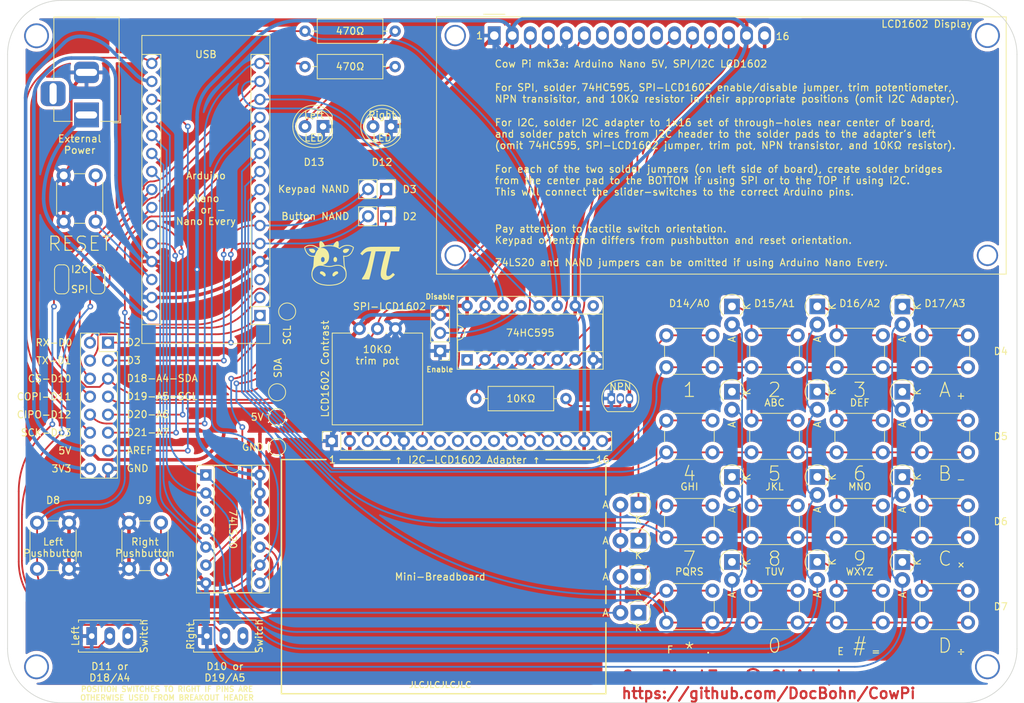
<source format=kicad_pcb>
(kicad_pcb (version 20211014) (generator pcbnew)
  (title_block (title "Cow Pi") (date "2022-08-01") (rev "mk3a") (comment 1 "5V Arduino Nano") (comment 2 "Through-Hole PCB") (comment 3 "SPI- or I2C-controlled LCD1602"))
  (layers (0 "F.Cu" signal) (31 "B.Cu" signal) (34 "B.Paste" user) (35 "F.Paste" user) (36 "B.SilkS" user "B.Silkscreen") (37 "F.SilkS" user "F.Silkscreen") (38 "B.Mask" user) (39 "F.Mask" user) (44 "Edge.Cuts" user))
  (net 0 "")
  (net 1 "/D1{slash}TX")
  (net 2 "/D0{slash}RX")
  (net 3 "Net-(A1-Pad28)")
  (net 4 "GND")
  (net 5 "/row1")
  (net 6 "/row4")
  (net 7 "/row7")
  (net 8 "/row*")
  (net 9 "/leftButton")
  (net 10 "/rightButton")
  (net 11 "/rightLED")
  (net 12 "/AREF")
  (net 13 "/col1")
  (net 14 "/col2")
  (net 15 "/col3")
  (net 16 "/colA")
  (net 17 "/A6")
  (net 18 "/A7")
  (net 19 "/5V")
  (net 20 "/VIN")
  (net 21 "Net-(D1-Pad2)")
  (net 22 "Net-(D2-Pad2)")
  (net 23 "/LED_NEG")
  (net 24 "/buttonNAND")
  (net 25 "/keypadNAND")
  (net 26 "/Contrast")
  (net 27 "/D0")
  (net 28 "/D1")
  (net 29 "/D2")
  (net 30 "/D3")
  (net 31 "/CS{slash}i2cRightSwitch")
  (net 32 "/COPI{slash}i2cLeftSwitch")
  (net 33 "Net-(Q1-Pad2)")
  (net 34 "/QB")
  (net 35 "/QH'")
  (net 36 "/RS")
  (net 37 "/EN")
  (net 38 "/D4")
  (net 39 "/D5")
  (net 40 "/D6")
  (net 41 "/D7")
  (net 42 "/OE")
  (net 43 "/LITE")
  (net 44 "/Unused Reset")
  (net 45 "/arduinoD2")
  (net 46 "/arduinoD3")
  (net 47 "/mounting pin")
  (net 48 "/SCK{slash}LeftLED")
  (net 49 "/SDA{slash}spiLeftSwitch")
  (net 50 "/SCL{slash}spiRightSwitch")
  (net 51 "Net-(JP1-Pad2)")
  (net 52 "Net-(JP4-Pad2)")
  (net 53 "/Unused D0")
  (net 54 "/Unused D1")
  (net 55 "/Unused D2")
  (net 56 "/Unused D3")
  (net 57 "Net-(D3-Pad1)")
  (net 58 "Net-(D4-Pad1)")
  (net 59 "Net-(D5-Pad1)")
  (net 60 "Net-(D6-Pad1)")
  (net 61 "Net-(D7-Pad1)")
  (net 62 "Net-(D8-Pad1)")
  (net 63 "Net-(D9-Pad1)")
  (net 64 "Net-(D10-Pad1)")
  (net 65 "Net-(D11-Pad1)")
  (net 66 "Net-(D12-Pad1)")
  (net 67 "Net-(D13-Pad1)")
  (net 68 "Net-(D14-Pad1)")
  (net 69 "Net-(D15-Pad1)")
  (net 70 "Net-(D16-Pad1)")
  (net 71 "Net-(D17-Pad1)")
  (net 72 "Net-(D18-Pad1)")
  (net 73 "/3V3")
  (footprint "Diode_THT:D_DO-41_SOD81_P2.54mm_Vertical_AnodeUp" (layer "F.Cu") (at 185.220764 115.468038 -90)
    (fp_text reference "D13" hide)
    (fp_text value "1N4001")
  )
  (footprint "Jumper:SolderJumper-3_P1.3mm_Open_RoundedPad1.0x1.5mm" (layer "F.Cu") (at 83.82 87.6 90)
    (fp_text reference "JP4" hide)
    (fp_text value "SolderJumper_3_Open")
  )
  (footprint "Diode_THT:D_DO-41_SOD81_P2.54mm_Vertical_AnodeUp" (layer "F.Cu") (at 173.19841 127.453948 -90)
    (fp_text reference "D10" hide)
    (fp_text value "1N4001")
  )
  (footprint "MountingHole:MountingHole_3mm_Pad" (layer "F.Cu") (at 209.201045 142.24)
    (fp_text reference "H2" hide)
    (fp_text value "MountingHole")
  )
  (footprint "Button_Switch_THT:SW_PUSH_6mm_H5mm" (layer "F.Cu") (at 206.45 124 180)
    (fp_text reference "SW20" hide)
    (fp_text value "Key C")
  )
  (footprint "Module:Arduino_Nano" (layer "F.Cu") (at 106.68 92.71 180)
    (fp_text reference "A1" hide)
    (fp_text value "Arduino_Nano_v3.x")
  )
  (footprint "Button_Switch_THT:SW_Slide_1P2T_CK_OS102011MS2Q" (layer "F.Cu") (at 99.738583 137.905564)
    (fp_text reference "SW18" hide)
    (fp_text value "Right Switch")
  )
  (footprint "Diode_THT:D_DO-41_SOD81_P2.54mm_Vertical_AnodeUp" (layer "F.Cu") (at 197.204922 127.464941 -90)
    (fp_text reference "D18" hide)
    (fp_text value "1N4001")
  )
  (footprint "Diode_THT:D_DO-41_SOD81_P2.54mm_Vertical_AnodeUp" (layer "F.Cu") (at 173.19841 91.429006 -90)
    (fp_text reference "D7" hide)
    (fp_text value "1N4001")
  )
  (footprint "TestPoint:TestPoint_Pad_D2.0mm" (layer "F.Cu") (at 110.516444 92.135318 180)
    (fp_text reference "J6" hide)
    (fp_text value "Conn_01x01_Male")
  )
  (footprint "Resistor_THT:R_Axial_DIN0309_L9.0mm_D3.2mm_P12.70mm_Horizontal" (layer "F.Cu") (at 113.03 57.6)
    (fp_text reference "R2" hide)
    (fp_text value "470")
  )
  (footprint "MountingHole:MountingHole_3mm_Pad" (layer "F.Cu") (at 75.2 53.255325)
    (fp_text reference "H1" hide)
    (fp_text value "MountingHole")
  )
  (footprint "Diode_THT:D_DO-41_SOD81_P2.54mm_Vertical_AnodeUp" (layer "F.Cu") (at 197.204922 91.439999 -90)
    (fp_text reference "D15" hide)
    (fp_text value "1N4001")
  )
  (footprint "Button_Switch_THT:SW_PUSH_6mm_H5mm" (layer "F.Cu") (at 79.029999 79.45 90)
    (fp_text reference "SW1" hide)
    (fp_text value "RESET")
  )
  (footprint "Diode_THT:D_DO-41_SOD81_P2.54mm_Vertical_AnodeUp" (layer "F.Cu") (at 185.220764 127.451417 -90)
    (fp_text reference "D14" hide)
    (fp_text value "1N4001")
  )
  (footprint "artwork:CowPiLogo-14x7" (layer "F.Cu") (at 119.754856 85.307499)
    (fp_text reference "G***" hide)
    (fp_text value "LOGO" hide)
  )
  (footprint "Package_DIP:DIP-14_W7.62mm_Socket" (layer "F.Cu") (at 99.06 115.198026)
    (fp_text reference "U1" hide)
    (fp_text value "74LS20")
  )
  (footprint "Button_Switch_THT:SW_PUSH_6mm_H5mm" (layer "F.Cu") (at 79.78 121.92 -90)
    (fp_text reference "SW2" hide)
    (fp_text value "Left Button")
  )
  (footprint "Button_Switch_THT:SW_PUSH_6mm_H5mm" (layer "F.Cu") (at 170.45 100 180)
    (fp_text reference "SW4" hide)
    (fp_text value "Key 1")
  )
  (footprint "Package_DIP:DIP-16_W7.62mm_Socket" (layer "F.Cu") (at 135.870233 98.954894 90)
    (fp_text reference "U2" hide)
    (fp_text value "74HC595")
  )
  (footprint "Button_Switch_THT:SW_PUSH_6mm_H5mm" (layer "F.Cu") (at 206.45 112 180)
    (fp_text reference "SW19" hide)
    (fp_text value "Key B")
  )
  (footprint "Diode_THT:D_DO-41_SOD81_P2.54mm_Vertical_AnodeUp" (layer "F.Cu") (at 185.220764 103.439032 -90)
    (fp_text reference "D12" hide)
    (fp_text value "1N4001")
  )
  (footprint "LED_THT:LED_D5.0mm" (layer "F.Cu") (at 125.155 66.04 180)
    (fp_text reference "D2" hide)
    (fp_text value "Green")
  )
  (footprint "Button_Switch_THT:SW_PUSH_6mm_H5mm" (layer "F.Cu") (at 194.45 100 180)
    (fp_text reference "SW12" hide)
    (fp_text value "Key 3")
  )
  (footprint "Connector_PinSocket_2.54mm:PinSocket_2x08_P2.54mm_Vertical" (layer "F.Cu") (at 85.27 96.52)
    (fp_text reference "J2" hide)
    (fp_text value "Breakouts")
  )
  (footprint "Connector_PinSocket_2.54mm:PinSocket_1x16_P2.54mm_Vertical" (layer "F.Cu") (at 116.805233 110.394894 90)
    (fp_text reference "J7" hide)
    (fp_text value "Conn_01x16_Female")
  )
  (footprint "Package_TO_SOT_THT:TO-92_Inline" (layer "F.Cu") (at 156.200233 104.403356)
    (fp_text reference "Q1" hide)
    (fp_text value "PN2222A")
  )
  (footprint "Diode_THT:D_DO-41_SOD81_P2.54mm_Vertical_AnodeUp" (layer "F.Cu") (at 197.204922 103.452556 -90)
    (fp_text reference "D16" hide)
    (fp_text value "1N4001")
  )
  (footprint "Connector_PinHeader_2.54mm:PinHeader_1x02_P2.54mm_Vertical" (layer "F.Cu") (at 124.46 74.878587 -90)
    (fp_text reference "JP3" hide)
    (fp_text value "Keypad NAND Jumper")
  )
  (footprint "Connector_BarrelJack:BarrelJack_Horizontal" (layer "F.Cu") (at 82.2375 64.42 -90)
    (fp_text reference "J1" hide)
    (fp_text value "External Power")
  )
  (footprint "Button_Switch_THT:SW_PUSH_6mm_H5mm" (layer "F.Cu") (at 170.45 136 180)
    (fp_text reference "SW7" hide)
    (fp_text value "Key *")
  )
  (footprint "TestPoint:TestPoint_Pad_D2.0mm" (layer "F.Cu") (at 109.101354 107.025 180)
    (fp_text reference "J4" hide)
    (fp_text value "Conn_01x01_Male")
  )
  (footprint "Button_Switch_THT:SW_PUSH_6mm_H5mm" (layer "F.Cu") (at 182.45 124 180)
    (fp_text reference "SW10" hide)
    (fp_text value "Key 8")
  )
  (footprint "Diode_THT:D_DO-41_SOD81_P2.54mm_Vertical_AnodeUp" (layer "F.Cu") (at 185.220764 91.426475 -90)
    (fp_text reference "D11" hide)
    (fp_text value "1N4001")
  )
  (footprint "Diode_THT:D_DO-41_SOD81_P2.54mm_Vertical_AnodeUp" (layer "F.Cu") (at 173.19841 103.441563 -90)
    (fp_text reference "D8" hide)
    (fp_text value "1N4001")
  )
  (footprint "LED_THT:LED_D5.0mm" (layer "F.Cu") (at 115.575 66.04 180)
    (fp_text reference "D1" hide)
    (fp_text value "Red")
  )
  (footprint "Button_Switch_THT:SW_PUSH_6mm_H5mm" (layer "F.Cu") (at 92.728716 121.92 -90)
    (fp_text reference "SW3" hide)
    (fp_text value "Right Button")
  )
  (footprint "Connector_PinHeader_2.54mm:PinHeader_1x02_P2.54mm_Vertical" (layer "F.Cu") (at 124.46 78.708587 -90)
    (fp_text reference "JP2" hide)
    (fp_text value "Button NAND Jumper")
  )
  (footprint "Button_Switch_THT:SW_PUSH_6mm_H5mm" (layer "F.Cu") (at 170.45 124 180)
    (fp_text reference "SW6" hide)
    (fp_text value "Key 7")
  )
  (footprint "Button_Switch_THT:SW_PUSH_6mm_H5mm" (layer "F.Cu") (at 206.45 136 180)
    (fp_text reference "SW21" hide)
    (fp_text value "Key D")
  )
  (footprint "Resistor_THT:R_Axial_DIN0309_L9.0mm_D3.2mm_P12.70mm_Horizontal" (layer "F.Cu") (at 149.806159 104.420644 180)
    (fp_text reference "R7" hide)
    (fp_text value "10K")
  )
  (footprint "Diode_THT:D_DO-41_SOD81_P2.54mm_Vertical_AnodeUp" (layer "F.Cu") (at 160.02 124.46 180)
    (fp_text reference "D4" hide)
    (fp_text value "1N4001")
  )
  (footprint "Diode_THT:D_DO-41_SOD81_P2.54mm_Vertical_AnodeUp" (layer "F.Cu") (at 173.19841 115.470569 -90)
    (fp_text reference "D9" hide)
    (fp_text value "1N4001")
  )
  (footprint "Display:WC1602A" (layer "F.Cu") (at 139.7 53.2225)
    (fp_text reference "DS1" hide)
    (fp_text value "WC1602A")
  )
  (footprint "Button_Switch_THT:SW_PUSH_6mm_H5mm" (layer "F.Cu") (at 182.45 112 180)
    (fp_text reference "SW9" hide)
    (fp_text value "Key 5")
  )
  (footprint "Diode_THT:D_DO-41_SOD81_P2.54mm_Vertical_AnodeUp" (layer "F.Cu") (at 160.02 129.54 180)
    (fp_text reference "D5" hide)
    (fp_text value "1N4001")
  )
  (footprint "Button_Switch_THT:SW_PUSH_6mm_H5mm" (layer "F.Cu") (at 194.45 112 180)
    (fp_text reference "SW13" hide)
    (fp_text value "Key 6")
  )
  (footprint "Button_Switch_THT:SW_PUSH_6mm_H5mm" (layer "F.Cu") (at 182.45 136 180)
    (fp_text reference "SW11" hide)
    (fp_text value "Key 0")
  )
  (footprint "Diode_THT:D_DO-41_SOD81_P2.54mm_Vertical_AnodeUp" (layer "F.Cu") (at 160.02 134.62 180)
    (fp_text reference "D6" hide)
    (fp_text value "1N4001")
  )
  (footprint "Jumper:SolderJumper-3_P1.3mm_Open_RoundedPad1.0x1.5mm" (layer "F.Cu") (at 78.74 87.6 90)
    (fp_text reference "JP1" hide)
    (fp_text value "SolderJumper_3_Open")
  )
  (footprint "Button_Switch_THT:SW_PUSH_6mm_H5mm" (layer "F.Cu") (at 170.45 112 180)
    (fp_text reference "SW5" hide)
    (fp_text value "Key 4")
  )
  (footprint "Potentiometer_THT:Potentiometer_Vishay_248GJ-249GJ_Single_Vertical" (layer "F.Cu") (at 120.697824 94.548274 -90)
    (fp_text reference "RV1" hide)
    (fp_text value "10K")
  )
  (footprint "MountingHole:MountingHole_3mm_Pad" (layer "F.Cu") (at 75.2 142.24)
    (fp_text reference "H3" hide)
    (fp_text value "MountingHole")
  )
  (footprint "TestPoint:TestPoint_Pad_D2.0mm" (layer "F.Cu") (at 109.101354 103.525 180)
    (fp_text reference "J5" hide)
    (fp_text value "Conn_01x01_Male")
  )
  (footprint "Button_Switch_THT:SW_PUSH_6mm_H5mm" (layer "F.Cu") (at 182.45 100 180)
    (fp_text reference "SW8" hide)
    (fp_text value "Key 2")
  )
  (footprint "Diode_THT:D_DO-41_SOD81_P2.54mm_Vertical_AnodeUp" (layer "F.Cu") (at 160.02 119.38 180)
    (fp_text reference "D3" hide)
    (fp_text value "1N4001")
  )
  (footprint "Diode_THT:D_DO-41_SOD81_P2.54mm_Vertical_AnodeUp" (layer "F.Cu") (at 197.204922 115.481562 -90)
    (fp_text reference "D17" hide)
    (fp_text value "1N4001")
  )
  (footprint "Button_Switch_THT:SW_PUSH_6mm_H5mm" (layer "F.Cu") (at 194.45 124 180)
    (fp_text reference "SW14" hide)
    (fp_text value "Key 9")
  )
  (footprint "Connector_PinHeader_2.54mm:PinHeader_1x03_P2.54mm_Vertical" (layer "F.Cu") (at 132.070233 97.694894 180)
    (fp_text reference "JP5" hide)
    (fp_text value "Output Enable")
  )
  (footprint "Button_Switch_THT:SW_Slide_1P2T_CK_OS102011MS2Q" (layer "F.Cu") (at 83.513583 137.905564)
    (fp_text reference "SW17" hide)
    (fp_text value "Left Switch")
  )
  (footprint "Button_Switch_THT:SW_PUSH_6mm_H5mm" (layer "F.Cu") (at 206.45 100 180)
    (fp_text reference "SW16" hide)
    (fp_text value "Key A")
  )
  (footprint "TestPoint:TestPoint_Pad_D2.0mm" (layer "F.Cu") (at 109.101354 111.26 180)
    (fp_text reference "J3" hide)
    (fp_text value "Conn_01x01_Male")
  )
  (footprint "Button_Switch_THT:SW_PUSH_6mm_H5mm" (layer "F.Cu") (at 194.45 136 180)
    (fp_text reference "SW15" hide)
    (fp_text value "Key #")
  )
  (footprint "Resistor_THT:R_Axial_DIN0309_L9.0mm_D3.2mm_P12.70mm_Horizontal" (layer "F.Cu") (at 113.03 52.6)
    (fp_text reference "R1" hide)
    (fp_text value "470")
  )
  (footprint "artwork:CowPiLogo-40x20-soldermask" (layer "B.Cu") (at 187.96 71.12 180)
    (fp_text reference "G***" hide)
    (fp_text value "LOGO" hide)
  )
  (gr_line (start 109.711698 146.036415) (end 155.431698 146.036415) (layer "F.SilkS") (width 0.2))
  (gr_line (start 155.431698 133.33) (end 155.431698 130.83) (layer "F.SilkS") (width 0.2))
  (gr_line (start 109.711698 146.036415) (end 109.711698 113.016415) (layer "F.SilkS") (width 0.2))
  (gr_line (start 118 113.016415) (end 125 113.016415) (layer "F.SilkS") (width 0.2))
  (gr_line (start 155.431698 146.036415) (end 155.431698 136) (layer "F.SilkS") (width 0.2))
  (gr_line (start 155.431698 128.25) (end 155.431698 125.75) (layer "F.SilkS") (width 0.2))
  (gr_line (start 109.711698 113.016415) (end 116 113.016415) (layer "F.SilkS") (width 0.2))
  (gr_line (start 155.431698 123) (end 155.431698 120.5) (layer "F.SilkS") (width 0.2))
  (gr_line (start 155.431698 118) (end 155.431698 114) (layer "F.SilkS") (width 0.2))
  (gr_line (start 153.67 113.016415) (end 147 113.016415) (layer "F.SilkS") (width 0.2))
  (gr_arc (start 78.74 147.32) (mid 73.351846 145.088154) (end 71.12 139.7) (layer "Edge.Cuts") (width 0.1))
  (gr_line (start 213.36 55.88) (end 213.36 139.7) (layer "Edge.Cuts") (width 0.1))
  (gr_arc (start 205.74 48.26) (mid 211.128154 50.491846) (end 213.36 55.88) (layer "Edge.Cuts") (width 0.1))
  (gr_arc (start 213.36 139.7) (mid 211.128154 145.088154) (end 205.74 147.32) (layer "Edge.Cuts") (width 0.1))
  (gr_line (start 205.74 147.32) (end 78.74 147.32) (layer "Edge.Cuts") (width 0.1))
  (gr_line (start 71.12 139.7) (end 71.12 55.88) (layer "Edge.Cuts") (width 0.1))
  (gr_line (start 78.74 48.26) (end 205.74 48.26) (layer "Edge.Cuts") (width 0.1))
  (gr_arc (start 71.12 55.88) (mid 73.351846 50.491846) (end 78.74 48.26) (layer "Edge.Cuts") (width 0.1))
  (gr_text "Cow Pi mk3a  © Christopher A. Bohn\nhttps://github.com/DocBohn/CowPi" (at 157.48 144.78) (layer "F.Cu") (effects (font (size 1.5 1.5) (thickness 0.3)) (justify left)))
  (gr_text "5V" (at 107.303952 107.025) (layer "F.SilkS") (effects (font (size 1 1)) (justify right)))
  (gr_text "SCK-D13" (at 80.19 109.22) (layer "F.SilkS") (effects (font (size 1 1)) (justify right)))
  (gr_text "D2" (at 87.821844 96.485133) (layer "F.SilkS") (effects (font (size 1 1)) (justify left)))
  (gr_text "D20-A6" (at 87.821844 106.645133) (layer "F.SilkS") (effects (font (size 1 1)) (justify left)))
  (gr_text "Keypad NAND" (at 119.38 74.878587) (layer "F.SilkS") (effects (font (size 1 1)) (justify right)))
  (gr_text "POSITION SWITCHES TO RIGHT IF PINS ARE\nOTHERWISE USED FROM BREAKOUT HEADER" (at 93.587419 145.992429) (layer "F.SilkS") (effects (font (size 0.75 0.75))))
  (gr_text "Pay attention to tactile switch orientation.\nKeypad orientation differs from pushbutton and reset orientation." (at 139.7 81.28) (layer "F.SilkS") (effects (font (size 1 1)) (justify left)))
  (gr_text "D17/A3" (at 203.2 91) (layer "F.SilkS") (effects (font (size 1 1))))
  (gr_text "D7" (at 210 133.75) (layer "F.SilkS") (effects (font (size 1 1)) (justify left)))
  (gr_text "16" (at 180.34 53.34) (layer "F.SilkS") (effects (font (size 1 1))))
  (gr_text "1" (at 137.628518 53.232984) (layer "F.SilkS") (effects (font (size 1 1))))
  (gr_text "SDA" (at 109.22 101.6 90) (layer "F.SilkS") (effects (font (size 1 1)) (justify left)))
  (gr_text "D19-A5-SCL" (at 87.821844 104.105133) (layer "F.SilkS") (effects (font (size 1 1)) (justify left)))
  (gr_text "USB" (at 99.07 55.88) (layer "F.SilkS") (effects (font (size 1 1))))
  (gr_text "PQRS" (at 167.2 128.835488) (layer "F.SilkS") (effects (font (size 1 1))))
  (gr_text "CIPO-D12" (at 80.19 106.68) (layer "F.SilkS") (effects (font (size 1 1)) (justify right)))
  (gr_text "3" (at 191.2 103.195) (layer "F.SilkS") (effects (font (size 2 2))))
  (gr_text "10KΩ\ntrim pot" (at 123.222824 98.283274) (layer "F.SilkS") (effects (font (size 1 1))))
  (gr_text "#" (at 191.2 139.264503) (layer "F.SilkS") (effects (font (size 2 2))))
  (gr_text "F" (at 163.946119 139.848527) (layer "F.SilkS") (effects (font (size 1 1)) (justify left)))
  (gr_text "LCD1602 Display" (at 194.160291 51.595071) (layer "F.SilkS") (effects (font (size 1 1)) (justify left)))
  (gr_text "2" (at 179.2 103.195) (layer "F.SilkS") (effects (font (size 2 2))))
  (gr_text "0" (at 179.2 139.264503) (layer "F.SilkS") (effects (font (size 2 2))))
  (gr_text "3V3" (at 80.19 114.3) (layer "F.SilkS") (effects (font (size 1 1)) (justify right)))
  (gr_text "D15/A1" (at 179.2 91) (layer "F.SilkS") (effects (font (size 1 1))))
  (gr_text "D16/A2" (at 191.2 91) (layer "F.SilkS") (effects (font (size 1 1))))
  (gr_text "CS-D10" (at 80.19 101.6) (layer "F.SilkS") (effects (font (size 1 1)) (justify right)))
  (gr_text "D21-A7" (at 87.821844 109.185133) (layer "F.SilkS") (effects (font (size 1 1)) (justify left)))
  (gr_text "16" (at 154.996336 113.03636) (layer "F.SilkS") (effects (font (size 1 1))))
  (gr_text "470Ω" (at 119.38 57.6) (layer "F.SilkS") (effects (font (size 1 1))))
  (gr_text "+" (at 206.18 104) (layer "F.SilkS") (effects (font (size 1 1)) (justify right)))
  (gr_text "NPN" (at 157.470233 102.774894) (layer "F.SilkS") (effects (font (size 1 1))))
  (gr_text "10KΩ" (at 143.456158 104.420644) (layer "F.SilkS") (effects (font (size 1 1))))
  (gr_text "RESET" (at 81.279999 82.586183) (layer "F.SilkS") (effects (font (size 2 2))))
  (gr_text "1" (at 116.896336 113.03636) (layer "F.SilkS") (effects (font (size 1 1))))
  (gr_text "D10 or\nD19/A5" (at 101.738583 142.985564) (layer "F.SilkS") (effects (font (size 1 1))))
  (gr_text "D6" (at 210 121.75) (layer "F.SilkS") (effects (font (size 1 1)) (justify left)))
  (gr_text "D9" (at 90.478716 118.75246) (layer "F.SilkS") (effects (font (size 1 1))))
  (gr_text "4" (at 167.2 115) (layer "F.SilkS") (effects (font (size 2 2))))
  (gr_text "D5" (at 210 109.75) (layer "F.SilkS") (effects (font (size 1 1)) (justify left)))
  (gr_text "D18-A4-SDA" (at 87.821844 101.565133) (layer "F.SilkS") (effects (font (size 1 1)) (justify left)))
  (gr_text "AREF" (at 87.821844 111.725133) (layer "F.SilkS") (effects (font (size 1 1)) (justify left)))
  (gr_text "÷" (at 206.193881 140.069503) (layer "F.SilkS") (effects (font (size 1 1)) (justify right)))
  (gr_text "TX-D1" (at 80.19 99.06) (layer "F.SilkS") (effects (font (size 1 1)) (justify right)))
  (gr_text "D" (at 203.213881 139.264503) (layer "F.SilkS") (effects (font (size 2 2))))
  (gr_text "×" (at 206.193881 127.803403) (layer "F.SilkS") (effects (font (size 1 1)) (justify right)))
  (gr_text "D13" (at 114.3 71.08) (layer "F.SilkS") (effects (font (size 1 1))))
  (gr_text "9" (at 191.2 126.998403) (layer "F.SilkS") (effects (font (size 2 2))))
  (gr_text "B" (at 203.2 115) (layer "F.SilkS") (effects (font (size 2 2))))
  (gr_text "74LS20" (at 102.86 122.823027 270) (layer "F.SilkS") (effects (font (size 1 1))))
  (gr_text "=" (at 194.193881 140.069503) (layer "F.SilkS") (effects (font (size 1 1)) (justify right)))
  (gr_text "-" (at 206.18 115.805) (layer "F.SilkS") (effects (font (size 1 1)) (justify right)))
  (gr_text "Arduino\n\nNano\n- or -\nNano Every" (at 99.07 76.2) (layer "F.SilkS") (effects (font (size 1 1))))
  (gr_text "6" (at 191.2 115) (layer "F.SilkS") (effects (font (size 2 2))))
  (gr_text "Cow Pi mk3a: Arduino Nano 5V, SPI/I2C LCD1602" (at 158.965476 57.216745) (layer "F.SilkS") (effects (font (size 1 1))))
  (gr_text "D4" (at 210 97.75) (layer "F.SilkS") (effects (font (size 1 1)) (justify left)))
  (gr_text "Mini-Breadboard" (at 132.08 129.54) (layer "F.SilkS") (effects (font (size 1 1))))
  (gr_text "WXYZ" (at 191.2 128.835488) (layer "F.SilkS") (effects (font (size 1 1))))
  (gr_text "5" (at 179.2 115) (layer "F.SilkS") (effects (font (size 2 2))))
  (gr_text "7" (at 167.2 126.998403) (layer "F.SilkS") (effects (font (size 2 2))))
  (gr_text "D3" (at 87.821844 99.025133) (layer "F.SilkS") (effects (font (size 1 1)) (justify left)))
  (gr_text "1" (at 167.2 103.195) (layer "F.SilkS") (effects (font (size 2 2))))
  (gr_text "Right\n\nLED" (at 123.88 66.04) (layer "F.SilkS") (effects (font (size 1 1))))
  (gr_text "Left\n\nLED" (at 114.3 66.04) (layer "F.SilkS") (effects (font (size 1 1))))
  (gr_text "8" (at 179.2 126.998403) (layer "F.SilkS") (effects (font (size 2 2))))
  (gr_text "For each of the two solder jumpers (on left side of board), create solder bridges\nfrom the center pad to the BOTTOM if using SPI or to the TOP if using I2C.\nThis will connect the slider-switches to the correct Arduino pins." (at 139.7 73.66) (layer "F.SilkS") (effects (font (size 1 1)) (justify left)))
  (gr_text "." (at 170.18 139.848527) (layer "F.SilkS") (effects (font (size 1 1)) (justify right)))
  (gr_text "74LS20 and NAND jumpers can be omitted if using Arduino Nano Every." (at 139.716377 85.231012) (layer "F.SilkS") (effects (font (size 1 1)) (justify left)))
  (gr_text "D11 or\nD18/A4" (at 85.513583 142.985564) (layer "F.SilkS") (effects (font (size 1 1))))
  (gr_text "GND" (at 107.303952 111.26) (layer "F.SilkS") (effects (font (size 1 1)) (justify right)))
  (gr_text "JKL" (at 179.2 116.840895) (layer "F.SilkS") (effects (font (size 1 1))))
  (gr_text "DEF" (at 191.2 105) (layer "F.SilkS") (effects (font (size 1 1))))
  (gr_text "GHI" (at 167.2 116.840895) (layer "F.SilkS") (effects (font (size 1 1))))
  (gr_text "Left\n\n\n\n\n\nSwitch" (at 85.513583 137.905564 90) (layer "F.SilkS") (effects (font (size 1 1))))
  (gr_text "↑ I2C-LCD1602 Adapter ↑" (at 135.923464 113.062802) (layer "F.SilkS") (effects (font (size 1 1))))
  (gr_text "5V" (at 80.19 111.76) (layer "F.SilkS") (effects (font (size 1 1)) (justify right)))
  (gr_text "A" (at 203.2 103.195) (layer "F.SilkS") (effects (font (size 2 2))))
  (gr_text "D2" (at 126.706217 78.74) (layer "F.SilkS") (effects (font (size 1 1)) (justify left)))
  (gr_text "GND" (at 87.821844 114.265133) (layer "F.SilkS") (effects (font (size 1 1)) (justify left)))
  (gr_text "Right\nPushbutton" (at 90.478716 125.42) (layer "F.SilkS") (effects (font (size 1 1))))
  (gr_text "ABC" (at 179.2 105) (layer "F.SilkS") (effects (font (size 1 1))))
  (gr_text "E" (at 187.96 140.069503) (layer "F.SilkS") (effects (font (size 1 1)) (justify left)))
  (gr_text "74HC595" (at 144.770233 95.154894) (layer "F.SilkS") (effects (font (size 1 1))))
  (gr_text "I2C" (at 81.28 86.1925) (layer "F.SilkS") (effects (font (size 1 1))))
  (gr_text "LCD1602 Contrast" (at 115.865568 100.230568 90) (layer "F.SilkS") (effects (font (size 1 1))))
  (gr_text "TUV" (at 179.2 128.835488) (layer "F.SilkS") (effects (font (size 1 1))))
  (gr_text "D3" (at 126.706217 74.91) (layer "F.SilkS") (effects (font (size 1 1)) (justify left)))
  (gr_text "Right\n\n\n\n\n\nSwitch" (at 101.738583 137.905564 90) (layer "F.SilkS") (effects (font (size 1 1))))
  (gr_text "D14/A0" (at 167.2 91) (layer "F.SilkS") (effects (font (size 1 1))))
  (gr_text "Left\nPushbutton" (at 77.53 125.42) (layer "F.SilkS") (effects (font (size 1 1))))
  (gr_text "Disable" (at 132.08 90.042823) (layer "F.SilkS") (effects (font (size 0.75 0.75))))
  (gr_text "SPI-LCD1602" (at 124.947215 91.439999) (layer "F.SilkS") (effects (font (size 1 1))))
  (gr_text "470Ω" (at 119.38 52.6) (layer "F.SilkS") (effects (font (size 1 1))))
  (gr_text "SPI" (at 81.28 89.0075) (layer "F.SilkS") (effects (font (size 1 1))))
  (gr_text "MNO" (at 191.2 116.840895) (layer "F.SilkS") (effects (font (size 1 1))))
  (gr_text "D12" (at 123.88 71.08) (layer "F.SilkS") (effects (font (size 1 1))))
  (gr_text "Enable" (at 132.035684 100.309675) (layer "F.SilkS") (effects (font (size 0.75 0.75))))
  (gr_text "*" (at 167.2 139.832296) (layer "F.SilkS") (effects (font (size 2 2))))
  (gr_text "External\nPower" (at 81.28 68.58) (layer "F.SilkS") (effects (font (size 1 1))))
  (gr_text "JLCJLCJLCJLC" (at 132.08 144.78) (layer "F.SilkS") (effects (font (size 0.85 0.85))))
  (gr_text "Button NAND" (at 119.38 78.708587) (layer "F.SilkS") (effects (font (size 1 1)) (justify right)))
  (gr_text "SCL" (at 110.516444 93.98 90) (layer "F.SilkS") (effects (font (size 1 1)) (justify right)))
  (gr_text "For SPI, solder 74HC595, SPI-LCD1602 enable/disable jumper, trim potentiometer,\nNPN transisitor, and 10KΩ resistor in their appropriate positions (omit I2C Adapter)." (at 139.7 61.356163) (layer "F.SilkS") (effects (font (size 1 1)) (justify left)))
  (gr_text "C" (at 203.213881 126.998403) (layer "F.SilkS") (effects (font (size 2 2))))
  (gr_text "D8" (at 77.53 118.75246) (layer "F.SilkS") (effects (font (size 1 1))))
  (gr_text "COPI-D11" (at 80.19 104.14) (layer "F.SilkS") (effects (font (size 1 1)) (justify right)))
  (gr_text "RX-D0" (at 77.65 96.52) (layer "F.SilkS") (effects (font (size 1 1))))
  (gr_text "For I2C, solder I2C adapter to 1x16 set of through-holes near center of board,\nand solder patch wires from I2C header to the solder pads to the adapter's left\n(omit 74HC595, SPI-LCD1602 jumper, trim pot, NPN transistor, and 10KΩ resistor)." (at 139.7 67.105581) (layer "F.SilkS") (effects (font (size 1 1)) (justify left)))
  (segment (start 82.73 99.06) (end 82.998722 98.791278) (width 0.25) (layer "F.Cu") (net 1))
  (segment (start 83.904511 96.604511) (end 83.904511 95.536467) (width 0.25) (layer "F.Cu") (net 1))
  (segment (start 106.603546 92.786454) (end 106.68 92.71) (width 0.25) (layer "F.Cu") (net 1))
  (segment (start 84.365572 95.345489) (end 100.425489 95.345489) (width 0.25) (layer "F.Cu") (net 1))
  (arc (start 83.904511 95.536467) (mid 84.116047 95.395123) (end 84.365572 95.345489) (width 0.25) (layer "F.Cu") (net 1))
  (arc (start 100.425489 95.345489) (mid 103.769029 94.680417) (end 106.603546 92.786454) (width 0.25) (layer "F.Cu") (net 1))
  (arc (start 82.998722 98.791278) (mid 83.669104 97.787981) (end 83.904511 96.604511) (width 0.25) (layer "F.Cu") (net 1))
  (segment (start 106.68 90.17) (end 104.478862 92.371138) (width 0.25) (layer "F.Cu") (net 2))
  (segment (start 99.509511 94.429511) (end 84.820489 94.429511) (width 0.25) (layer "F.Cu") (net 2))
  (arc (start 84.820489 94.429511) (mid 83.34229 95.041801) (end 82.73 96.52) (width 0.25) (layer "F.Cu") (net 2))
  (arc (start 104.478862 92.371138) (mid 102.198904 93.894557) (end 99.509511 94.429511) (width 0.25) (layer "F.Cu") (net 2))
  (segment (start 83.529999 72.95) (end 83.529999 79.45) (width 0.25) (layer "F.Cu") (net 3))
  (segment (start 91.44 87.63) (end 83.720918 79.910918) (width 0.25) (layer "B.Cu") (net 3))
  (arc (start 83.720918 79.910918) (mid 83.579617 79.699447) (end 83.529999 79.45) (width 0.25) (layer "B.Cu") (net 3))
  (segment (start 81.148996 59.508504) (end 82.2375 58.42) (width 0.5) (layer "F.Cu") (net 4))
  (segment (start 116.805233 110.394894) (end 111.189904 110.394894) (width 0.5) (layer "F.Cu") (net 4))
  (segment (start 139.7 53.2225) (end 128.104027 64.818473) (width 0.5) (layer "F.Cu") (net 4))
  (segment (start 91.44 90.17) (end 94.415796 90.17) (width 0.5) (layer "F.Cu") (net 4))
  (segment (start 115.575 66.04) (end 115.575 67.315) (width 0.5) (layer "F.Cu") (net 4))
  (segment (start 116.84 68.58) (end 122.615 68.58) (width 0.5) (layer "F.Cu") (net 4))
  (segment (start 79.029999 72.95) (end 79.029999 79.45) (width 0.5) (layer "F.Cu") (net 4))
  (segment (start 85.27 114.777028) (end 85.27 114.3) (width 0.5) (layer "F.Cu") (net 4))
  (segment (start 80.029999 70.535787) (end 80.029999 62.210001) (width 0.5) (layer "F.Cu") (net 4))
  (segment (start 91.466798 116.866798) (end 94.832897 120.232897) (width 0.5) (layer "F.Cu") (net 4))
  (segment (start 113.665 78.105) (end 106.68 85.09) (width 0.5) (layer "F.Cu") (net 4))
  (segment (start 79.78 121.92) (end 79.78 128.42) (width 0.5) (layer "F.Cu") (net 4))
  (segment (start 88.228716 128.42) (end 88.228716 121.92) (width 0.5) (layer "F.Cu") (net 4))
  (segment (start 83.763863 117.936138) (end 79.78 121.92) (width 0.5) (layer "F.Cu") (net 4))
  (segment (start 115.575 66.04) (end 115.575 73.493853) (width 0.5) (layer "F.Cu") (net 4))
  (arc (start 122.615 68.58) (mid 124.411051 67.836051) (end 125.155 66.04) (width 0.5) (layer "F.Cu") (net 4))
  (arc (start 115.575 67.315) (mid 115.94551 68.20949) (end 116.84 68.58) (width 0.5) (layer "F.Cu") (net 4))
  (arc (start 79.029999 72.95) (mid 79.770108 71.84235) (end 80.029999 70.535787) (width 0.5) (layer "F.Cu") (net 4))
  (arc (start 96.52 124.305924) (mid 97.180124 127.624594) (end 99.06 130.438026) (width 0.5) (layer "F.Cu") (net 4))
  (arc (start 80.029999 62.210001) (mid 80.320817 60.747961) (end 81.148996 59.508504) (width 0.5) (layer "F.Cu") (net 4))
  (arc (start 128.104027 64.818473) (mid 126.751002 65.722536) (end 125.155 66.04) (width 0.5) (layer "F.Cu") (net 4))
  (arc (start 85.27 114.3) (mid 88.623683 114.967089) (end 91.466798 116.866798) (width 0.5) (layer "F.Cu") (net 4))
  (arc (start 115.575 73.493853) (mid 115.078607 75.989388) (end 113.665 78.105) (width 0.5) (layer "F.Cu") (net 4))
  (arc (start 111.189904 110.394894) (mid 110.059589 110.619728) (end 109.101354 111.26) (width 0.5) (layer "F.Cu") (net 4))
  (arc (start 94.832897 120.232897) (mid 96.081536 122.101618) (end 96.52 124.305924) (width 0.5) (layer "F.Cu") (net 4))
  (arc (start 94.415796 90.17) (mid 101.053135 88.849751) (end 106.68 85.09) (width 0.5) (layer "F.Cu") (net 4))
  (arc (start 88.228716 121.92) (mid 86.038945 118.642777) (end 85.27 114.777028) (width 0.5) (layer "F.Cu") (net 4))
  (arc (start 85.27 114.3) (mid 84.878568 116.267863) (end 83.763863 117.936138) (width 0.5) (layer "F.Cu") (net 4))
  (segment (start 86.259147 134.62) (end 95.913019 134.62) (width 0.5) (layer "B.Cu") (net 4))
  (segment (start 119.596523 96.736524) (end 111.76 88.9) (width 0.5) (layer "B.Cu") (net 4))
  (segment (start 99.198583 137.905564) (end 99.198583 130.576609) (width 0.5) (layer "B.Cu") (net 4))
  (segment (start 79.029999 79.45) (end 88.554986 88.974988) (width 0.5) (layer "B.Cu") (net 4))
  (segment (start 142.3575 55.88) (end 147.2025 55.88) (width 0.5) (layer "B.Cu") (net 4))
  (segment (start 132.070233 97.694894) (end 128.924444 97.694894) (width 0.5) (layer "B.Cu") (net 4))
  (segment (start 122.631204 97.694894) (end 121.910233 97.694894) (width 0.5) (layer "B.Cu") (net 4))
  (segment (start 79.78 128.42) (end 88.228716 128.42) (width 0.5) (layer "B.Cu") (net 4))
  (segment (start 156.200233 101.504894) (end 156.200233 104.403356) (width 0.5) (layer "B.Cu") (net 4))
  (segment (start 82.973583 137.905564) (end 83.335694 137.543453) (width 0.5) (layer "B.Cu") (net 4))
  (segment (start 119.320233 107.879894) (end 124.450233 107.879894) (width 0.5) (layer "B.Cu") (net 4))
  (segment (start 82.973583 136.129991) (end 82.973583 137.905564) (width 0.5) (layer "B.Cu") (net 4))
  (segment (start 125.777824 94.548274) (end 125.777824 107.528236) (width 0.5) (layer "B.Cu") (net 4))
  (segment (start 111.76 88.9) (end 108.848026 85.988026) (width 0.5) (layer "B.Cu") (net 4))
  (arc (start 153.650233 98.954894) (mid 155.453355 99.701772) (end 156.200233 101.504894) (width 0.5) (layer "B.Cu") (net 4))
  (arc (start 108.848026 85.988026) (mid 107.853328 85.323389) (end 106.68 85.09) (width 0.5) (layer "B.Cu") (net 4))
  (arc (start 79.78 128.42) (mid 82.143598 131.957374) (end 82.973583 136.129991) (width 0.5) (layer "B.Cu") (net 4))
  (arc (start 122.631204 97.694894) (mid 124.8562 96.77327) (end 125.777824 94.548274) (width 0.5) (layer "B.Cu") (net 4))
  (arc (start 82.973583 137.905564) (mid 83.935902 135.582319) (end 86.259147 134.62) (width 0.5) (layer "B.Cu") (net 4))
  (arc (start 88.554986 88.974988) (mid 89.878642 89.859426) (end 91.44 90.17) (width 0.5) (layer "B.Cu") (net 4))
  (arc (start 119.742208 96.796868) (mid 119.663364 96.781185) (end 119.596523 96.736524) (width 0.5) (layer "B.Cu") (net 4))
  (arc (start 125.777824 107.528236) (mid 126.086422 109.07966) (end 126.965233 110.394894) (width 0.5) (layer "B.Cu") (net 4))
  (arc (start 147.2025 55.88) (mid 149.081636 55.101636) (end 149.86 53.2225) (width 0.5) (layer "B.Cu") (net 4))
  (arc (start 99.198583 130.576609) (mid 99.157993 130.478616) (end 99.06 130.438026) (width 0.5) (layer "B.Cu") (net 4))
  (arc (start 116.805233 110.394894) (mid 117.541859 108.61652) (end 119.320233 107.879894) (width 0.5) (layer "B.Cu") (net 4))
  (arc (start 124.450233 107.879894) (mid 126.228607 108.61652) (end 126.965233 110.394894) (width 0.5) (layer "B.Cu") (net 4))
  (arc (start 128.924444 97.694894) (mid 126.699448 96.77327) (end 125.777824 94.548274) (width 0.5) (layer "B.Cu") (net 4))
  (arc (start 139.7 53.2225) (mid 140.478364 55.101636) (end 142.3575 55.88) (width 0.5) (layer "B.Cu") (net 4))
  (arc (start 95.913019 134.62) (mid 98.236264 135.582319) (end 99.198583 137.905564) (width 0.5) (layer "B.Cu") (net 4))
  (arc (start 121.910233 97.694894) (mid 120.736906 97.461505) (end 119.742208 96.796868) (width 0.5) (layer "B.Cu") (net 4))
  (segment (start 163.95 100) (end 206.45 100) (width 0.25) (layer "F.Cu") (net 5))
  (segment (start 105.488533 102.948533) (end 105.488533 78.661467) (width 0.25) (layer "B.Cu") (net 5))
  (segment (start 162.56 103.355756) (end 162.56 104.14) (width 0.25) (layer "B.Cu") (net 5))
  (segment (start 105.488533 78.661467) (end 106.68 77.47) (width 0.25) (layer "B.Cu") (net 5))
  (segment (start 160.763949 108.476051) (end 156.736052 112.503948) (width 0.25) (layer "B.Cu") (net 5))
  (segment (start 116.84 114.3) (end 105.488533 102.948533) (width 0.25) (layer "B.Cu") (net 5))
  (segment (start 152.4 114.3) (end 116.84 114.3) (width 0.25) (layer "B.Cu") (net 5))
  (arc (start 162.56 104.14) (mid 162.093222 106.486654) (end 160.763949 108.476051) (width 0.25) (layer "B.Cu") (net 5))
  (arc (start 163.95 100) (mid 162.921249 101.539634) (end 162.56 103.355756) (width 0.25) (layer "B.Cu") (net 5))
  (arc (start 156.736052 112.503948) (mid 154.746654 113.833221) (end 152.4 114.3) (width 0.25) (layer "B.Cu") (net 5))
  (segment (start 163.95 112) (end 206.45 112) (width 0.25) (layer "F.Cu") (net 6))
  (segment (start 105.039022 103.134726) (end 116.653807 114.749511) (width 0.25) (layer "B.Cu") (net 6))
  (segment (start 105.039022 76.570978) (end 106.68 74.93) (width 0.25) (layer "B.Cu") (net 6))
  (segment (start 157.312094 114.749511) (end 116.653807 114.749511) (width 0.25) (layer "B.Cu") (net 6))
  (segment (start 105.039022 103.134726) (end 105.039022 76.570978) (width 0.25) (layer "B.Cu") (net 6))
  (arc (start 163.95 112) (mid 160.904503 114.034937) (end 157.312094 114.749511) (width 0.25) (layer "B.Cu") (net 6))
  (segment (start 163.95 124) (end 206.45 124) (width 0.25) (layer "F.Cu") (net 7))
  (segment (start 104.589511 103.320919) (end 104.589511 74.480489) (width 0.25) (layer "B.Cu") (net 7))
  (segment (start 104.589511 74.480489) (end 106.68 72.39) (width 0.25) (layer "B.Cu") (net 7))
  (segment (start 116.467613 115.199021) (end 104.589511 103.320919) (width 0.25) (layer "B.Cu") (net 7))
  (segment (start 158.928436 121.92) (end 132.693491 121.92) (width 0.25) (layer "B.Cu") (net 7))
  (arc (start 132.693491 121.92) (mid 123.912109 120.173275) (end 116.467613 115.199021) (width 0.25) (layer "B.Cu") (net 7))
  (arc (start 163.95 124) (mid 161.646087 122.460574) (end 158.928436 121.92) (width 0.25) (layer "B.Cu") (net 7))
  (segment (start 163.95 136) (end 206.45 136) (width 0.25) (layer "F.Cu") (net 8))
  (segment (start 104.14 72.39) (end 104.14 103.507112) (width 0.25) (layer "B.Cu") (net 8))
  (segment (start 162.451284 133.087071) (end 162.95 133.585787) (width 0.25) (layer "B.Cu") (net 8))
  (segment (start 104.14 103.507112) (end 116.28142 115.648532) (width 0.25) (layer "B.Cu") (net 8))
  (segment (start 106.68 69.85) (end 104.14 72.39) (width 0.25) (layer "B.Cu") (net 8))
  (segment (start 155.950492 132.08) (end 160.02 132.08) (width 0.25) (layer "B.Cu") (net 8))
  (arc (start 160.02 132.08) (mid 161.335802 132.341729) (end 162.451284 133.087071) (width 0.25) (layer "B.Cu") (net 8))
  (arc (start 116.28142 115.648532) (mid 134.481745 127.8096) (end 155.950492 132.08) (width 0.25) (layer "B.Cu") (net 8))
  (arc (start 162.95 133.585787) (mid 163.690108 134.693437) (end 163.95 136) (width 0.25) (layer "B.Cu") (net 8))
  (segment (start 91.44 78.74) (end 93.962637 78.722637) (width 0.25) (layer "F.Cu") (net 9))
  (segment (start 90.893214 78.966486) (end 88.73985 81.11985) (width 0.25) (layer "F.Cu") (net 9))
  (segment (start 106.68 134.62) (end 81.28 134.62) (width 0.25) (layer "F.Cu") (net 9))
  (segment (start 75.28 121.92) (end 75.28 128.42) (width 0.25) (layer "F.Cu") (net 9))
  (segment (start 87.644473 83.764324) (end 87.644473 92.290746) (width 0.25) (layer "F.Cu") (net 9))
  (segment (start 109.22 132.08) (end 109.22 127.898026) (width 0.25) (layer "F.Cu") (net 9))
  (segment (start 96.189944 77.800056) (end 106.68 67.31) (width 0.25) (layer "F.Cu") (net 9))
  (segment (start 77.28537 132.96537) (end 77.076052 132.756052) (width 0.25) (layer "F.Cu") (net 9))
  (via (at 87.644473 92.290746) (size 0.8) (drill 0.4) (layers "F.Cu" "B.Cu") (net 9))
  (arc (start 90.893213 78.966487) (mid 91.144081 78.798862) (end 91.44 78.74) (width 0.25) (layer "F.Cu") (net 9))
  (arc (start 93.962637 78.722637) (mid 95.168047 78.482866) (end 96.189944 77.800056) (width 0.25) (layer "F.Cu") (net 9))
  (arc (start 77.076052 132.756052) (mid 75.746779 130.766655) (end 75.28 128.42) (width 0.25) (layer "F.Cu") (net 9))
  (arc (start 109.22 132.08) (mid 108.476051 133.876051) (end 106.68 134.62) (width 0.25) (layer "F.Cu") (net 9))
  (arc (start 91.44 78.74) (mid 91.144081 78.798862) (end 90.893214 78.966486) (width 0.25) (layer "F.Cu") (net 9))
  (arc (start 106.68 125.358026) (mid 108.476051 126.101975) (end 109.22 127.898026) (width 0.25) (layer "F.Cu") (net 9))
  (arc (start 77.28537 132.96537) (mid 79.118122 134.189976) (end 81.28 134.62) (width 0.25) (layer "F.Cu") (net 9))
  (arc (start 88.73985 81.11985) (mid 87.929152 82.333145) (end 87.644473 83.764324) (width 0.25) (layer "F.Cu") (net 9))
  (segment (start 76.023949 121.176051) (end 75.28 121.92) (width 0.25) (layer "B.Cu") (net 9))
  (segment (start 83.82 119.38) (end 80.36 119.38) (width 0.25) (layer "B.Cu") (net 9))
  (segment (start 87.644473 92.290746) (end 87.644473 115.555527) (width 0.25) (layer "B.Cu") (net 9))
  (arc (start 87.644473 115.555527) (mid 86.524311 118.259838) (end 83.82 119.38) (width 0.25) (layer "B.Cu") (net 9))
  (arc (start 80.36 119.38) (mid 78.013346 119.846778) (end 76.023949 121.176051) (width 0.25) (layer "B.Cu") (net 9))
  (segment (start 100.475489 131.562537) (end 98.542537 131.562537) (width 0.25) (layer "F.Cu") (net 10))
  (segment (start 92.728716 121.92) (end 92.728716 128.42) (width 0.25) (layer "F.Cu") (net 10))
  (segment (start 104.811541 129.766485) (end 106.68 127.898026) (width 0.25) (layer "F.Cu") (net 10))
  (segment (start 92.728716 128.42) (end 93.98237 129.673654) (width 0.25) (layer "F.Cu") (net 10))
  (arc (start 93.98237 129.673654) (mid 96.074593 131.071632) (end 98.542537 131.562537) (width 0.25) (layer "F.Cu") (net 10))
  (arc (start 100.475489 131.562537) (mid 102.822143 131.095758) (end 104.811541 129.766485) (width 0.25) (layer "F.Cu") (net 10))
  (segment (start 105.936052 111.016052) (end 106.68 111.76) (width 0.25) (layer "B.Cu") (net 10))
  (segment (start 99.889433 74.489433) (end 99.889433 107.509433) (width 0.25) (layer "B.Cu") (net 10))
  (segment (start 109.22 121.765924) (end 109.22 117.892102) (width 0.25) (layer "B.Cu") (net 10))
  (segment (start 106.68 64.77) (end 101.960454 69.489546) (width 0.25) (layer "B.Cu") (net 10))
  (arc (start 99.889433 107.509433) (mid 100.390446 108.718987) (end 101.6 109.22) (width 0.25) (layer "B.Cu") (net 10))
  (arc (start 101.960454 69.489546) (mid 100.427674 71.783514) (end 99.889433 74.489433) (width 0.25) (layer "B.Cu") (net 10))
  (arc (start 101.6 109.22) (mid 103.946655 109.686779) (end 105.936052 111.016052) (width 0.25) (layer "B.Cu") (net 10))
  (arc (start 109.22 121.765924) (mid 108.559875 125.084594) (end 106.68 127.898026) (width 0.25) (layer "B.Cu") (net 10))
  (arc (start 109.22 117.892102) (mid 108.559876 114.573432) (end 106.68 111.76) (width 0.25) (layer "B.Cu") (net 10))
  (segment (start 98.89943 107.931908) (end 85.071908 107.931908) (width 0.25) (layer "F.Cu") (net 11))
  (segment (start 82.73 106.68) (end 83.211161 107.161161) (width 0.25) (layer "F.Cu") (net 11))
  (segment (start 111.943604 57.15) (end 106.68 57.15) (width 0.25) (layer "F.Cu") (net 11))
  (via (at 98.89943 107.931908) (size 0.8) (drill 0.4) (layers "F.Cu" "B.Cu") (net 11))
  (arc (start 113.03 57.6) (mid 112.531558 57.266951) (end 111.943604 57.15) (width 0.25) (layer "F.Cu") (net 11))
  (arc (start 83.211161 107.161161) (mid 84.064879 107.731597) (end 85.071908 107.931908) (width 0.25) (layer "F.Cu") (net 11))
  (segment (start 101.6 60.96) (end 104.511974 58.048026) (width 0.25) (layer "B.Cu") (net 11))
  (segment (start 98.89943 107.931908) (end 98.89943 67.479752) (width 0.25) (layer "B.Cu") (net 11))
  (arc (start 104.511974 58.048026) (mid 105.506672 57.383389) (end 106.68 57.15) (width 0.25) (layer "B.Cu") (net 11))
  (arc (start 98.89943 67.479752) (mid 99.601285 63.951288) (end 101.6 60.96) (width 0.25) (layer "B.Cu") (net 11))
  (segment (start 96.52 111.76) (end 85.27 111.76) (width 0.25) (layer "F.Cu") (net 12))
  (segment (start 93.608025 63.128026) (end 96.52 66.04) (width 0.25) (layer "F.Cu") (net 12))
  (via (at 96.52 111.76) (size 0.8) (drill 0.4) (layers "F.Cu" "B.Cu") (net 12))
  (via (at 96.52 66.04) (size 0.8) (drill 0.4) (layers "F.Cu" "B.Cu") (net 12))
  (arc (start 91.44 62.23) (mid 92.613327 62.463389) (end 93.608025 63.128026) (width 0.25) (layer "F.Cu") (net 12))
  (segment (start 96.52 111.76) (end 96.52 66.04) (width 0.25) (layer "B.Cu") (net 12))
  (segment (start 157.48 119.38) (end 157.48 134.62) (width 0.25) (layer "F.Cu") (net 13))
  (segment (start 95.25 113.03) (end 96.256975 114.036975) (width 0.25) (layer "B.Cu") (net 13))
  (segment (start 104.14 122.818026) (end 104.14 130.283949) (width 0.25) (layer "B.Cu") (net 13))
  (segment (start 93.98 67.31) (end 91.44 64.77) (width 0.25) (layer "B.Cu") (net 13))
  (segment (start 99.06 115.198026) (end 102.343948 118.481974) (width 0.25) (layer "B.Cu") (net 13))
  (segment (start 108.476051 134.62) (end 157.48 134.62) (width 0.25) (layer "B.Cu") (net 13))
  (segment (start 93.98 109.963949) (end 93.98 67.31) (width 0.25) (layer "B.Cu") (net 13))
  (arc (start 96.256975 114.036975) (mid 97.543014 114.896279) (end 99.06 115.198026) (width 0.25) (layer "B.Cu") (net 13))
  (arc (start 105.41 133.35) (mid 106.816716 134.289938) (end 108.476051 134.62) (width 0.25) (layer "B.Cu") (net 13))
  (arc (start 102.343948 118.481974) (mid 103.673221 120.471372) (end 104.14 122.818026) (width 0.25) (layer "B.Cu") (net 13))
  (arc (start 95.25 113.03) (mid 94.310062 111.623284) (end 93.98 109.963949) (width 0.25) (layer "B.Cu") (net 13))
  (arc (start 104.14 130.283949) (mid 104.470063 131.943283) (end 105.41 133.35) (width 0.25) (layer "B.Cu") (net 13))
  (segment (start 174.622921 107.406074) (end 174.622921 108.582921) (width 0.25) (layer "B.Cu") (net 14))
  (segment (start 100.547897 119.225923) (end 100.789509 119.47085) (width 0.25) (layer "B.Cu") (net 14))
  (segment (start 100.789509 119.47085) (end 101.248002 119.983903) (width 0.25) (layer "B.Cu") (net 14))
  (segment (start 98.949351 117.738026) (end 99.06 117.738026) (width 0.25) (layer "B.Cu") (net 14))
  (segment (start 103.822148 132.397852) (end 106.503245 135.078949) (width 0.25) (layer "B.Cu") (net 14))
  (segment (start 174.622921 118.742921) (end 174.622921 128.569437) (width 0.25) (layer "B.Cu") (net 14))
  (segment (start 93.530489 112.95346) (end 93.530489 69.400489) (width 0.25) (layer "B.Cu") (net 14))
  (segment (start 102.441248 122.532056) (end 102.441248 129.064065) (width 0.25) (layer "B.Cu") (net 14))
  (segment (start 174.622921 108.582921) (end 174.622921 118.742921) (width 0.25) (layer "B.Cu") (net 14))
  (segment (start 93.530489 69.400489) (end 91.44 67.31) (width 0.25) (layer "B.Cu") (net 14))
  (segment (start 99.06 117.738026) (end 100.547897 119.225923) (width 0.25) (layer "B.Cu") (net 14))
  (segment (start 101.248002 119.983903) (end 101.534662 120.343364) (width 0.25) (layer "B.Cu") (net 14))
  (segment (start 174.622921 95.393517) (end 174.622921 108.582921) (width 0.25) (layer "B.Cu") (net 14))
  (segment (start 111.924511 137.324511) (end 170.998632 137.324511) (width 0.25) (layer "B.Cu") (net 14))
  (segment (start 173.19841 135.124733) (end 173.19841 129.993948) (width 0.25) (layer "B.Cu") (net 14))
  (arc (start 106.503245 135.078949) (mid 108.990543 136.740908) (end 111.924511 137.324511) (width 0.25) (layer "B.Cu") (net 14))
  (arc (start 173.19841 105.981563) (mid 174.205691 106.398793) (end 174.622921 107.406074) (width 0.25) (layer "B.Cu") (net 14))
  (arc (start 173.19841 93.969006) (mid 174.205691 94.386236) (end 174.622921 95.393517) (width 0.25) (layer "B.Cu") (net 14))
  (arc (start 102.441248 129.064065) (mid 102.800132 130.868297) (end 103.822148 132.397852) (width 0.25) (layer "B.Cu") (net 14))
  (arc (start 170.998632 137.324511) (mid 172.55411 136.680211) (end 173.19841 135.124733) (width 0.25) (layer "B.Cu") (net 14))
  (arc (start 173.890569 118.010569) (mid 174.40842 118.22507) (end 174.622921 118.742921) (width 0.25) (layer "B.Cu") (net 14))
  (arc (start 174.622921 128.569437) (mid 174.205691 129.576718) (end 173.19841 129.993948) (width 0.25) (layer "B.Cu") (net 14))
  (arc (start 101.534662 120.343364) (mid 102.205634 121.347544) (end 102.441248 122.532056) (width 0.25) (layer "B.Cu") (net 14))
  (arc (start 94.800489 116.019511) (mid 93.860551 114.612795) (end 93.530489 112.95346) (width 0.25) (layer "B.Cu") (net 14))
  (arc (start 94.800489 116.019511) (mid 96.704003 117.291398) (end 98.949351 117.738026) (width 0.25) (layer "B.Cu") (net 14))
  (segment (start 93.080978 115.413518) (end 93.080978 71.490978) (width 0.25) (layer "B.Cu") (net 15))
  (segment (start 112.812102 139.7) (end 177.8 139.7) (width 0.25) (layer "B.Cu") (net 15))
  (segment (start 185.220764 118.008038) (end 184.911742 118.008038) (width 0.25) (layer "B.Cu") (net 15))
  (segment (start 183.796253 128.875928) (end 183.796253 121.447111) (width 0.25) (layer "B.Cu") (net 15))
  (segment (start 101.6 127.898026) (end 101.6 128.487898) (width 0.25) (layer "B.Cu") (net 15))
  (segment (start 99.803948 123.561974) (end 99.06 122.818026) (width 0.25) (layer "B.Cu") (net 15))
  (segment (start 185.220764 129.991417) (end 184.911742 129.991417) (width 0.25) (layer "B.Cu") (net 15))
  (segment (start 95.25 120.65) (end 96.256975 121.656975) (width 0.25) (layer "B.Cu") (net 15))
  (segment (start 183.796253 104.863543) (end 183.796253 97.405548) (width 0.25) (layer "B.Cu") (net 15))
  (segment (start 183.796253 116.892549) (end 183.796253 109.418105) (width 0.25) (layer "B.Cu") (net 15))
  (segment (start 104.14 134.62) (end 106.68 137.16) (width 0.25) (layer "B.Cu") (net 15))
  (segment (start 93.080978 71.490978) (end 91.44 69.85) (width 0.25) (layer "B.Cu") (net 15))
  (segment (start 185.220764 132.279236) (end 185.220764 129.991417) (width 0.25) (layer "B.Cu") (net 15))
  (segment (start 185.220764 105.979032) (end 184.911742 105.979032) (width 0.25) (layer "B.Cu") (net 15))
  (arc (start 184.911742 105.979032) (mid 184.122972 105.652313) (end 183.796253 104.863543) (width 0.25) (layer "B.Cu") (net 15))
  (arc (start 184.911742 118.008038) (mid 184.122972 117.681319) (end 183.796253 116.892549) (width 0.25) (layer "B.Cu") (net 15))
  (arc (start 177.8 139.7) (mid 183.047273 137.526509) (end 185.220764 132.279236) (width 0.25) (layer "B.Cu") (net 15))
  (arc (start 184.911742 129.991417) (mid 184.122972 129.664698) (end 183.796253 128.875928) (width 0.25) (layer "B.Cu") (net 15))
  (arc (start 99.803948 123.561974) (mid 101.133221 125.551372) (end 101.6 127.898026) (width 0.25) (layer "B.Cu") (net 15))
  (arc (start 106.68 137.16) (mid 109.493432 139.039875) (end 112.812102 139.7) (width 0.25) (layer "B.Cu") (net 15))
  (arc (start 183.796253 109.418105) (mid 184.166471 107.556892) (end 185.220764 105.979032) (width 0.25) (layer "B.Cu") (net 15))
  (arc (start 96.256975 121.656975) (mid 97.543014 122.516279) (end 99.06 122.818026) (width 0.25) (layer "B.Cu") (net 15))
  (arc (start 95.25 120.65) (mid 93.644688 118.247482) (end 93.080978 115.413518) (width 0.25) (layer "B.Cu") (net 15))
  (arc (start 101.6 128.487898) (mid 102.260125 131.806567) (end 104.14 134.62) (width 0.25) (layer "B.Cu") (net 15))
  (arc (start 183.796253 121.447111) (mid 184.166471 119.585898) (end 185.220764 118.008038) (width 0.25) (layer "B.Cu") (net 15))
  (arc (start 183.796253 97.405548) (mid 184.166472 95.544335) (end 185.220764 93.966475) (width 0.25) (layer "B.Cu") (net 15))
  (segment (start 196.8959 130.004941) (end 197.204922 130.004941) (width 0.25) (layer "B.Cu") (net 16))
  (segment (start 197.204922 118.021562) (end 196.938438 118.021562) (width 0.25) (layer "B.Cu") (net 16))
  (segment (start 197.204922 135.535078) (end 197.204922 130.004941) (width 0.25) (layer "B.Cu") (net 16))
  (segment (start 195.774511 104.562145) (end 195.774511 104.334511) (width 0.25) (layer "B.Cu") (net 16))
  (segment (start 195.774511 104.334511) (end 195.774511 95.41041) (width 0.25) (layer "B.Cu") (net 16))
  (segment (start 99.06 125.358026) (end 93.502035 119.800061) (width 0.25) (layer "B.Cu") (net 16))
  (segment (start 104.14 142.24) (end 190.5 142.24) (width 0.25) (layer "B.Cu") (net 16))
  (segment (start 195.774511 119.185489) (end 195.774511 104.334511) (width 0.25) (layer "B.Cu") (net 16))
  (segment (start 195.774511 128.883552) (end 195.774511 119.185489) (width 0.25) (layer "B.Cu") (net 16))
  (segment (start 100.273094 126.57112) (end 100.273094 138.373094) (width 0.25) (layer "B.Cu") (net 16))
  (segment (start 92.631467 73.581467) (end 91.44 72.39) (width 0.25) (layer "B.Cu") (net 16))
  (segment (start 92.631467 117.698324) (end 92.631467 73.581467) (width 0.25) (layer "B.Cu") (net 16))
  (arc (start 190.5 142.24) (mid 195.241096 140.276174) (end 197.204922 135.535078) (width 0.25) (layer "B.Cu") (net 16))
  (arc (start 93.502035 119.800061) (mid 92.85772 118.835776) (end 92.631467 117.698324) (width 0.25) (layer "B.Cu") (net 16))
  (arc (start 100.273094 138.373094) (mid 101.405685 141.107409) (end 104.14 142.24) (width 0.25) (layer "B.Cu") (net 16))
  (arc (start 195.774511 95.41041) (mid 196.193469 94.398957) (end 197.204922 93.979999) (width 0.25) (layer "B.Cu") (net 16))
  (arc (start 195.774511 128.883552) (mid 196.102958 129.676494) (end 196.8959 130.004941) (width 0.25) (layer "B.Cu") (net 16))
  (arc (start 99.06 125.358026) (mid 99.917787 125.713333) (end 100.273094 126.57112) (width 0.25) (layer "B.Cu") (net 16))
  (arc (start 196.938438 118.021562) (mid 196.115417 118.362468) (end 195.774511 119.185489) (width 0.25) (layer "B.Cu") (net 16))
  (arc (start 197.204922 105.992556) (mid 196.193469 105.573598) (end 195.774511 104.562145) (width 0.25) (layer "B.Cu") (net 16))
  (segment (start 95.670132 83.689044) (end 95.604488 83.754688) (width 0.25) (layer "F.Cu") (net 17))
  (segment (start 95.670132 83.243212) (end 95.670132 83.689044) (width 0.25) (layer "F.Cu") (net 17))
  (segment (start 91.44 80.01) (end 91.523648 80.01) (width 0.25) (layer "F.Cu") (net 17))
  (segment (start 95.7955 106.68) (end 85.27 106.68) (width 0.25) (layer "F.Cu") (net 17))
  (via (at 95.604488 83.754688) (size 0.8) (drill 0.4) (layers "F.Cu" "B.Cu") (net 17))
  (via (at 95.7955 106.68) (size 0.8) (drill 0.4) (layers "F.Cu" "B.Cu") (net 17))
  (arc (start 91.523648 80.01) (mid 94.151813 80.914167) (end 95.670132 83.243212) (width 0.25) (layer "F.Cu") (net 17))
  (segment (start 95.7955 84.215831) (end 95.7955 106.68) (width 0.25) (layer "B.Cu") (net 17))
  (arc (start 95.604488 83.754688) (mid 95.745857 83.966262) (end 95.7955 84.215831) (width 0.25) (layer "B.Cu") (net 17))
  (segment (start 91.44 82.55) (end 93.118064 82.55) (width 0.25) (layer "F.Cu") (net 18))
  (segment (start 94.761363 84.242897) (end 94.742916 84.261344) (width 0.25) (layer "F.Cu") (net 18))
  (segment (start 94.865223 109.22) (end 85.27 109.22) (width 0.25) (layer "F.Cu") (net 18))
  (segment (start 94.761363 83.871839) (end 94.761363 84.242897) (width 0.25) (layer "F.Cu") (net 18))
  (via (at 94.865223 109.22) (size 0.8) (drill 0.4) (layers "F.Cu" "B.Cu") (net 18))
  (via (at 94.742916 84.261344) (size 0.8) (drill 0.4) (layers "F.Cu" "B.Cu") (net 18))
  (arc (start 93.118064 82.55) (mid 94.171798 82.921719) (end 94.761363 83.871839) (width 0.25) (layer "F.Cu") (net 18))
  (segment (start 94.86468 84.347137) (end 94.778887 84.261344) (width 0.25) (layer "B.Cu") (net 18))
  (segment (start 94.778887 84.261344) (end 94.742916 84.261344) (width 0.25) (layer "B.Cu") (net 18))
  (segment (start 94.865223 109.22) (end 94.865223 84.556619) (width 0.25) (layer "B.Cu") (net 18))
  (arc (start 94.865223 84.393103) (mid 94.864108 84.370399) (end 94.86468 84.347137) (width 0.25) (layer "B.Cu") (net 18))
  (arc (start 94.865223 84.556619) (mid 94.833436 84.396817) (end 94.742916 84.261344) (width 0.25) (layer "B.Cu") (net 18))
  (segment (start 97.446198 113.05) (end 85.870776 113.05) (width 0.5) (layer "F.Cu") (net 19))
  (segment (start 106.68 109.446354) (end 106.68 115.198026) (width 0.5) (layer "F.Cu") (net 19))
  (segment (start 109.101354 107.025) (end 103.795 107.025) (width 0.5) (layer "F.Cu") (net 19))
  (segment (start 134.3202 80.9802) (end 120.790524 94.509876) (width 0.5) (layer "F.Cu") (net 19))
  (segment (start 100.97846 110.720532) (end 99.499496 112.199496) (width 0.5) (layer "F.Cu") (net 19))
  (segment (start 139.7 59.754602) (end 139.7 67.992214) (width 0.5) (layer "F.Cu") (net 19))
  (segment (start 135.870233 91.334894) (end 133.350233 91.334894) (width 0.5) (layer "F.Cu") (net 19))
  (segment (start 115.975339 107.025) (end 109.101354 107.025) (width 0.5) (layer "F.Cu") (net 19))
  (segment (start 94.145898 86.21082) (end 97.816834 86.21082) (width 0.5) (layer "F.Cu") (net 19))
  (segment (start 119.345233 110.394894) (end 119.345233 97.813717) (width 0.5) (layer "F.Cu") (net 19))
  (segment (start 83.904511 112.934511) (end 82.73 111.76) (width 0.5) (layer "F.Cu") (net 19))
  (segment (start 142.24 53.2225) (end 142.24 53.6225) (width 0.5) (layer "F.Cu") (net 19))
  (segment (start 83.904511 112.934511) (end 83.967011 112.997011) (width 0.375) (layer "F.Cu") (net 19))
  (segment (start 83.967011 113) (end 85.870776 113.05) (width 0.375) (layer "F.Cu") (net 19))
  (via (at 97.816834 86.21082) (size 0.8) (drill 0.4) (layers "F.Cu" "B.Cu") (net 19))
  (arc (start 133.350233 91.334894) (mid 132.445136 91.709797) (end 132.070233 92.614894) (width 0.5) (layer "F.Cu") (net 19))
  (arc (start 120.790524 94.509876) (mid 120.747993 94.538295) (end 120.697824 94.548274) (width 0.5) (layer "F.Cu") (net 19))
  (arc (start 139.7 67.992214) (mid 138.301835 75.021261) (end 134.3202 80.9802) (width 0.5) (layer "F.Cu") (net 19))
  (arc (start 119.345233 97.813717) (mid 119.69676 96.046472) (end 120.697824 94.548274) (width 0.5) (layer "F.Cu") (net 19))
  (arc (start 109.101354 107.025) (mid 107.389198 107.734198) (end 106.68 109.446354) (width 0.5) (layer "F.Cu") (net 19))
  (arc (start 101.6 109.22) (mid 101.438467 110.032082) (end 100.97846 110.720532) (width 0.5) (layer "F.Cu") (net 19))
  (arc (start 142.24 53.6225) (mid 140.360125 56.435932) (end 139.7 59.754602) (width 0.5) (layer "F.Cu") (net 19))
  (arc (start 91.44 85.09) (mid 92.681477 85.919528) (end 94.145898 86.21082) (width 0.5) (layer "F.Cu") (net 19))
  (arc (start 103.795 107.025) (mid 102.242901 107.667901) (end 101.6 109.22) (width 0.5) (layer "F.Cu") (net 19))
  (arc (start 119.345233 110.394894) (mid 118.358214 108.012019) (end 115.975339 107.025) (width 0.5) (layer "F.Cu") (net 19))
  (arc (start 99.499496 112.199496) (mid 98.557435 112.828962) (end 97.446198 113.05) (width 0.5) (layer "F.Cu") (net 19))
  (segment (start 106.68 115.198026) (end 106.68 120.278026) (width 0.5) (layer "B.Cu") (net 19))
  (segment (start 97.816834 86.21082) (end 97.816834 64.743166) (width 0.5) (layer "B.Cu") (net 19))
  (segment (start 154.94 76.2) (end 173.380863 57.759137) (width 0.5) (layer "B.Cu") (net 19))
  (segment (start 152.390233 94.425087) (end 152.390233 110.334539) (width 0.5) (layer "B.Cu") (net 19))
  (segment (start 142.24 53.2225) (end 142.24 52.8225) (width 0.5) (layer "B.Cu") (net 19))
  (segment (start 86.36 66.693693) (end 86.36 59.453572) (width 0.5) (layer "B.Cu") (net 19))
  (segment (start 99.727738 60.129836) (end 106.376321 53.481253) (width 0.5) (layer "B.Cu") (net 19))
  (segment (start 86.402566 68.225445) (end 86.362455 67.204539) (width 0.5) (layer "B.Cu") (net 19))
  (segment (start 132.070233 92.614894) (end 122.631204 92.614894) (width 0.5) (layer "B.Cu") (net 19))
  (segment (start 151.110233 91.334894) (end 151.110233 85.445875) (width 0.5) (layer "B.Cu") (net 19))
  (segment (start 76.213447 108.873447) (end 76.533202 109.193202) (width 0.5) (layer "B.Cu") (net 19))
  (segment (start 77.713933 57.393933) (end 76.123032 58.984834) (width 0.5) (layer "B.Cu") (net 19))
  (segment (start 74.823114 62.123114) (end 74.823114 105.516886) (width 0.5) (layer "B.Cu") (net 19))
  (segment (start 112.079089 51.119089) (end 140.136589 51.119089) (width 0.5) (layer "B.Cu") (net 19))
  (segment (start 97.816834 86.21082) (end 97.816834 108.758732) (width 0.5) (layer "B.Cu") (net 19))
  (segment (start 86.362455 67.204539) (end 86.36 66.693693) (width 0.5) (layer "B.Cu") (net 19))
  (segment (start 99.06 111.76) (end 99.540923 112.240923) (width 0.5) (layer "B.Cu") (net 19))
  (segment (start 86.402566 72.928559) (end 86.402566 68.225445) (width 0.5) (layer "B.Cu") (net 19))
  (segment (start 83.303214 56.396786) (end 80.121258 56.396786) (width 0.5) (layer "B.Cu") (net 19))
  (segment (start 144.2625 50.8) (end 172.8375 50.8) (width 0.5) (layer "B.Cu") (net 19))
  (arc (start 86.36 59.453572) (mid 85.464688 57.292098) (end 83.303214 56.396786) (width 0.5) (layer "B.Cu") (net 19))
  (arc (start 106.376321 53.481253) (mid 108.992773 51.732995) (end 112.079089 51.119089) (width 0.5) (layer "B.Cu") (net 19))
  (arc (start 80.121258 56.396786) (mid 78.818423 56.655936) (end 77.713933 57.393933) (width 0.5) (layer "B.Cu") (net 19))
  (arc (start 74.823114 105.516886) (mid 75.18445 107.333444) (end 76.213447 108.873447) (width 0.5) (layer "B.Cu") (net 19))
  (arc (start 151.110233 85.445875) (mid 152.105557 80.442044) (end 154.94 76.2) (width 0.5) (layer "B.Cu") (net 19))
  (arc (start 76.533202 109.193202) (mid 79.376317 111.092911) (end 82.73 111.76) (width 0.5) (layer "B.Cu") (net 19))
  (arc (start 173.380863 57.759137) (mid 174.771628 55.67771) (end 175.26 53.2225) (width 0.5) (layer "B.Cu") (net 19))
  (arc (start 99.540923 112.240923) (mid 102.816359 114.4295) (end 106.68 115.198026) (width 0.5) (layer "B.Cu") (net 19))
  (arc (start 76.123032 58.984834) (mid 75.160952 60.424689) (end 74.823114 62.123114) (width 0.5) (layer "B.Cu") (net 19))
  (arc (start 97.816834 108.758732) (mid 98.139923 110.383006) (end 99.06 111.76) (width 0.5) (layer "B.Cu") (net 19))
  (arc (start 122.631204 92.614894) (mid 121.264098 93.181168) (end 120.697824 94.548274) (width 0.5) (layer "B.Cu") (net 19))
  (arc (start 152.390233 110.334539) (mid 152.383735 110.367203) (end 152.365233 110.394894) (width 0.5) (layer "B.Cu") (net 19))
  (arc (start 172.8375 50.8) (mid 174.550466 51.509534) (end 175.26 53.2225) (width 0.5) (layer "B.Cu") (net 19))
  (arc (start 142.24 52.8225) (mid 142.832377 51.392377) (end 144.2625 50.8) (width 0.5) (layer "B.Cu") (net 19))
  (arc (start 97.816834 64.743166) (mid 98.313462 62.24645) (end 99.727738 60.129836) (width 0.5) (layer "B.Cu") (net 19))
  (arc (start 140.136589 51.119089) (mid 141.623925 51.735164) (end 142.24 53.2225) (width 0.5) (layer "B.Cu") (net 19))
  (arc (start 91.44 85.09) (mid 87.711753 79.510283) (end 86.402566 72.928559) (width 0.5) (layer "B.Cu") (net 19))
  (arc (start 151.110233 91.334894) (mid 152.057572 92.752687) (end 152.390233 94.425087) (width 0.5) (layer "B.Cu") (net 19))
  (segment (start 82.2375 64.42) (end 80.260561 66.396939) (width 0.5) (layer "B.Cu") (net 20))
  (segment (start 77.996051 80.536051) (end 89.271974 91.811974) (width 0.5) (layer "B.Cu") (net 20))
  (arc (start 76.2 76.2) (mid 76.666778 78.546654) (end 77.996051 80.536051) (width 0.5) (layer "B.Cu") (net 20))
  (arc (start 80.260561 66.396939) (mid 77.255305 70.894621) (end 76.2 76.2) (width 0.5) (layer "B.Cu") (net 20))
  (arc (start 89.271974 91.811974) (mid 90.266673 92.47661) (end 91.44 92.71) (width 0.5) (layer "B.Cu") (net 20))
  (segment (start 113.561795 64.768206) (end 125.73 52.6) (width 0.25) (layer "F.Cu") (net 21))
  (arc (start 113.035 66.04) (mid 113.171909 65.35171) (end 113.561795 64.768206) (width 0.25) (layer "F.Cu") (net 21))
  (segment (start 122.615 66.04) (end 122.615 60.715) (width 0.25) (layer "F.Cu") (net 22))
  (arc (start 122.615 60.715) (mid 123.527362 58.512362) (end 125.73 57.6) (width 0.25) (layer "F.Cu") (net 22))
  (segment (start 158.107733 108.492394) (end 157.124472 109.475655) (width 0.5) (layer "F.Cu") (net 23))
  (segment (start 177.8 53.2225) (end 177.8 58.855796) (width 0.5) (layer "F.Cu") (net 23))
  (segment (start 172.72 71.12) (end 167.948154 75.891846) (width 0.5) (layer "F.Cu") (net 23))
  (segment (start 158.740233 106.965404) (end 158.740233 104.403356) (width 0.5) (layer "F.Cu") (net 23))
  (segment (start 158.740233 97.06963) (end 158.740233 104.403356) (width 0.5) (layer "F.Cu") (net 23))
  (segment (start 160.763949 93.236051) (end 160.02 93.98) (width 0.5) (layer "F.Cu") (net 23))
  (arc (start 160.02 93.98) (mid 159.072834 95.397534) (end 158.740233 97.06963) (width 0.5) (layer "F.Cu") (net 23))
  (arc (start 177.8 58.855796) (mid 176.479751 65.493135) (end 172.72 71.12) (width 0.5) (layer "F.Cu") (net 23))
  (arc (start 157.124472 109.475655) (mid 156.106276 110.155992) (end 154.905233 110.394894) (width 0.5) (layer "F.Cu") (net 23))
  (arc (start 158.107733 108.492394) (mid 158.575852 107.791805) (end 158.740233 106.965404) (width 0.5) (layer "F.Cu") (net 23))
  (arc (start 162.56 88.9) (mid 162.093222 91.246654) (end 160.763949 93.236051) (width 0.5) (layer "F.Cu") (net 23))
  (arc (start 167.948154 75.891846) (mid 163.960336 81.860037) (end 162.56 88.9) (width 0.5) (layer "F.Cu") (net 23))
  (segment (start 107.878034 100.401966) (end 120.845685 87.434315) (width 0.25) (layer "F.Cu") (net 24))
  (via (at 103.366012 102.270907) (size 0.8) (drill 0.4) (layers "F.Cu" "B.Cu") (net 24))
  (arc (start 120.845685 87.434315) (mid 123.52067 83.430917) (end 124.46 78.708587) (width 0.25) (layer "F.Cu") (net 24))
  (arc (start 107.878034 100.401966) (mid 105.807901 101.785185) (end 103.366012 102.270907) (width 0.25) (layer "F.Cu") (net 24))
  (segment (start 109.669511 124.908515) (end 109.669511 113.850489) (width 0.25) (layer "B.Cu") (net 24))
  (segment (start 107.87346 129.244566) (end 106.68 130.438026) (width 0.25) (layer "B.Cu") (net 24))
  (segment (start 103.366012 104.811428) (end 107.735176 109.180592) (width 0.25) (layer "B.Cu") (net 24))
  (segment (start 103.366012 102.270907) (end 103.366012 104.811428) (width 0.25) (layer "B.Cu") (net 24))
  (arc (start 109.669511 124.908515) (mid 109.202733 127.255169) (end 107.87346 129.244566) (width 0.25) (layer "B.Cu") (net 24))
  (arc (start 107.735176 109.180592) (mid 109.166793 111.323159) (end 109.669511 113.850489) (width 0.25) (layer "B.Cu") (net 24))
  (segment (start 123.285489 79.914511) (end 123.285489 77.565489) (width 0.25) (layer "F.Cu") (net 25))
  (segment (start 104.200229 122.757797) (end 104.200229 108.449582) (width 0.25) (layer "F.Cu") (net 25))
  (segment (start 124.46 74.878587) (end 124.354911 74.983676) (width 0.25) (layer "F.Cu") (net 25))
  (segment (start 105.210864 100.529136) (end 121.489438 84.250562) (width 0.25) (layer "F.Cu") (net 25))
  (segment (start 99.06 127.898026) (end 104.200229 122.757797) (width 0.25) (layer "F.Cu") (net 25))
  (via (at 104.200229 108.449582) (size 0.8) (drill 0.4) (layers "F.Cu" "B.Cu") (net 25))
  (via (at 102.624883 101.600285) (size 0.8) (drill 0.4) (layers "F.Cu" "B.Cu") (net 25))
  (arc (start 102.624883 101.600285) (mid 104.024406 101.321902) (end 105.210864 100.529136) (width 0.25) (layer "F.Cu") (net 25))
  (arc (start 124.354911 74.983676) (mid 123.563423 76.168221) (end 123.285489 77.565489) (width 0.25) (layer "F.Cu") (net 25))
  (arc (start 121.489438 84.250562) (mid 122.818711 82.261165) (end 123.285489 79.914511) (width 0.25) (layer "F.Cu") (net 25))
  (segment (start 102.624883 104.646361) (end 102.624883 101.600285) (width 0.25) (layer "B.Cu") (net 25))
  (arc (start 104.200229 108.449582) (mid 103.034302 106.70465) (end 102.624883 104.646361) (width 0.25) (layer "B.Cu") (net 25))
  (segment (start 126.346098 91.44) (end 127 91.44) (width 0.25) (layer "F.Cu") (net 26))
  (segment (start 144.78 53.2225) (end 144.78 73.66) (width 0.25) (layer "F.Cu") (net 26))
  (segment (start 121.885233 97.813717) (end 121.885233 110.394894) (width 0.25) (layer "F.Cu") (net 26))
  (segment (start 131.37762 89.626731) (end 142.966731 78.03762) (width 0.25) (layer "F.Cu") (net 26))
  (arc (start 127 91.44) (mid 129.369151 90.968747) (end 131.37762 89.626731) (width 0.25) (layer "F.Cu") (net 26))
  (arc (start 123.237824 94.548274) (mid 124.148216 92.350392) (end 126.346098 91.44) (width 0.25) (layer "F.Cu") (net 26))
  (arc (start 123.237824 94.548274) (mid 122.23676 96.046472) (end 121.885233 97.813717) (width 0.25) (layer "F.Cu") (net 26))
  (arc (start 144.78 73.66) (mid 144.308747 76.029151) (end 142.966731 78.03762) (width 0.25) (layer "F.Cu") (net 26))
  (segment (start 105.05876 62.90154) (end 91.905789 76.054511) (width 0.25) (layer "F.Cu") (net 31))
  (segment (start 85.860894 81.458806) (end 85.800112 81.519588) (width 0.25) (layer "F.Cu") (net 31))
  (segment (start 82.797405 86.723573) (end 81.745999 87.774979) (width 0.25) (layer "F.Cu") (net 31))
  (segment (start 81.28 98.099391) (end 81.28 88.9) (width 0.25) (layer "F.Cu") (net 31))
  (segment (start 85.860894 81.458806) (end 90.812217 76.507484) (width 0.25) (layer "F.Cu") (net 31))
  (arc (start 91.905789 76.054511) (mid 91.313952 76.172235) (end 90.812217 76.507484) (width 0.25) (layer "F.Cu") (net 31))
  (arc (start 83.82 86.3) (mid 83.266575 86.410083) (end 82.797405 86.723573) (width 0.25) (layer "F.Cu") (net 31))
  (arc (start 106.68 62.23) (mid 105.802591 62.404528) (end 105.05876 62.90154) (width 0.25) (layer "F.Cu") (net 31))
  (arc (start 81.745999 87.774979) (mid 81.401109 88.291143) (end 81.28 88.9) (width 0.25) (layer "F.Cu") (net 31))
  (arc (start 85.800112 81.519588) (mid 84.334615 83.712859) (end 83.82 86.3) (width 0.25) (layer "F.Cu") (net 31))
  (arc (start 82.73 101.6) (mid 81.656842 99.993907) (end 81.28 98.099391) (width 0.25) (layer "F.Cu") (net 31))
  (segment (start 112.113216 62.23) (end 106.68 62.23) (width 0.25) (layer "B.Cu") (net 31))
  (segment (start 145.647894 91.176524) (end 119.945685 65.474315) (width 0.25) (layer "B.Cu") (net 31))
  (arc (start 119.945685 65.474315) (mid 116.352118 63.07317) (end 112.113216 62.23) (width 0.25) (layer "B.Cu") (net 31))
  (arc (start 146.030233 91.334894) (mid 145.823313 91.293735) (end 145.647894 91.176524) (width 0.25) (layer "B.Cu") (net 31))
  (segment (start 90.315489 74.784511) (end 78.842427 86.257573) (width 0.25) (layer "F.Cu") (net 32))
  (segment (start 76.2 88.240978) (end 76.2 93.98) (width 0.25) (layer "F.Cu") (net 32))
  (segment (start 106.68 59.69) (end 93.462536 72.907463) (width 0.25) (layer "F.Cu") (net 32))
  (segment (start 90.315489 74.464211) (end 90.315489 74.784511) (width 0.25) (layer "F.Cu") (net 32))
  (segment (start 78.74 86.3) (end 78.140978 86.3) (width 0.25) (layer "F.Cu") (net 32))
  (segment (start 82.73 104.14) (end 78.766798 100.176798) (width 0.25) (layer "F.Cu") (net 32))
  (segment (start 90.747724 74.031976) (end 90.315489 74.464211) (width 0.25) (layer "F.Cu") (net 32))
  (arc (start 93.462536 72.907463) (mid 92.467838 73.5721) (end 91.294511 73.805489) (width 0.25) (layer "F.Cu") (net 32))
  (arc (start 78.842427 86.257573) (mid 78.795433 86.288974) (end 78.74 86.3) (width 0.25) (layer "F.Cu") (net 32))
  (arc (start 78.140978 86.3) (mid 76.768499 86.868499) (end 76.2 88.240978) (width 0.25) (layer "F.Cu") (net 32))
  (arc (start 78.766798 100.176798) (mid 76.867089 97.333683) (end 76.2 93.98) (width 0.25) (layer "F.Cu") (net 32))
  (arc (start 91.294511 73.805489) (mid 90.998592 73.864351) (end 90.747724 74.031976) (width 0.25) (layer "F.Cu") (net 32))
  (segment (start 113.247898 63.5) (end 106.68 63.5) (width 0.25) (layer "B.Cu") (net 32))
  (segment (start 105.41 59.69) (end 106.68 59.69) (width 0.25) (layer "B.Cu") (net 32))
  (segment (start 119.38 66.04) (end 138.3165 84.9765) (width 0.25) (layer "B.Cu") (net 32))
  (arc (start 106.68 63.5) (mid 104.883949 62.756051) (end 104.14 60.96) (width 0.25) (layer "B.Cu") (net 32))
  (arc (start 104.14 60.96) (mid 104.511974 60.061974) (end 105.41 59.69) (width 0.25) (layer "B.Cu") (net 32))
  (arc (start 119.38 66.04) (mid 116.566568 64.160124) (end 113.247898 63.5) (width 0.25) (layer "B.Cu") (net 32))
  (arc (start 140.950233 91.334894) (mid 140.265748 87.893756) (end 138.3165 84.9765) (width 0.25) (layer "B.Cu") (net 32))
  (segment (start 157.395722 105.477867) (end 150.863382 105.477867) (width 0.25) (layer "F.Cu") (net 33))
  (segment (start 157.470233 104.403356) (end 157.470233 105.403356) (width 0.25) (layer "F.Cu") (net 33))
  (segment (start 157.470233 105.403356) (end 157.395722 105.477867) (width 0.25) (layer "F.Cu") (net 33))
  (arc (start 150.863382 105.477867) (mid 150.115812 105.168214) (end 149.806159 104.420644) (width 0.25) (layer "F.Cu") (net 33))
  (segment (start 147.32 71.555796) (end 147.32 53.2225) (width 0.25) (layer "F.Cu") (net 36))
  (segment (start 126.990233 107.854894) (end 126.965233 107.854894) (width 0.25) (layer "F.Cu") (net 36))
  (segment (start 141.016011 85.043988) (end 142.24 83.82) (width 0.25) (layer "F.Cu") (net 36))
  (segment (start 138.410233 91.334894) (end 136.555916 93.189211) (width 0.25) (layer "F.Cu") (net 36))
  (segment (start 132.707733 103.412394) (end 129.166795 106.953332) (width 0.25) (layer "F.Cu") (net 36))
  (segment (start 134.745722 97.559405) (end 134.745722 98.492254) (width 0.25) (layer "F.Cu") (net 36))
  (arc (start 138.410233 91.334894) (mid 139.087453 87.93028) (end 141.016011 85.043988) (width 0.25) (layer "F.Cu") (net 36))
  (arc (start 136.555916 93.189211) (mid 135.216176 95.194273) (end 134.745722 97.559405) (width 0.25) (layer "F.Cu") (net 36))
  (arc (start 134.745722 98.492254) (mid 134.216066 101.155015) (end 132.707733 103.412394) (width 0.25) (layer "F.Cu") (net 36))
  (arc (start 129.166795 106.953332) (mid 128.16818 107.620586) (end 126.990233 107.854894) (width 0.25) (layer "F.Cu") (net 36))
  (arc (start 142.24 83.82) (mid 145.999751 78.193135) (end 147.32 71.555796) (width 0.25) (layer "F.Cu") (net 36))
  (arc (start 126.965233 107.854894) (mid 125.169182 108.598843) (end 124.425233 110.394894) (width 0.25) (layer "F.Cu") (net 36))
  (segment (start 143.490233 93.874894) (end 138.410233 98.954894) (width 0.25) (layer "F.Cu") (net 37))
  (segment (start 131.297749 106.067376) (end 138.410233 98.954894) (width 0.25) (layer "F.Cu") (net 37))
  (segment (start 151.25 55.998845) (end 151.25 71.655051) (width 0.25) (layer "F.Cu") (net 37))
  (segment (start 144.729051 90.884123) (end 144.729051 87.384201) (width 0.25) (layer "F.Cu") (net 37))
  (arc (start 146.726119 82.576665) (mid 145.255301 84.7779) (end 144.738818 87.374434) (width 0.25) (layer "F.Cu") (net 37))
  (arc (start 151.25 71.655051) (mid 150.074281 77.565786) (end 146.726119 82.576665) (width 0.25) (layer "F.Cu") (net 37))
  (arc (start 152.4 53.2225) (mid 151.548875 54.496298) (end 151.25 55.998845) (width 0.25) (layer "F.Cu") (net 37))
  (arc (start 144.729051 90.884123) (mid 144.407093 92.502717) (end 143.490233 93.874894) (width 0.25) (layer "F.Cu") (net 37))
  (arc (start 144.729051 87.384201) (mid 144.731912 87.377295) (end 144.738818 87.374434) (width 0.25) (layer "F.Cu") (net 37))
  (arc (start 129.505233 110.394894) (mid 129.971093 108.052858) (end 131.297749 106.067376) (width 0.25) (layer "F.Cu") (net 37))
  (segment (start 141.503962 109.693623) (end 142.205233 110.394894) (width 0.25) (layer "F.Cu") (net 38))
  (segment (start 143.490233 98.954894) (end 148.395423 94.049703) (width 0.25) (layer "F.Cu") (net 38))
  (segment (start 143.490233 98.954894) (end 141.500427 100.9447) (width 0.25) (layer "F.Cu") (net 38))
  (segment (start 149.985722 86.236992) (end 149.985722 90.210383) (width 0.25) (layer "F.Cu") (net 38))
  (segment (start 165.016915 53.423085) (end 162.56 55.88) (width 0.25) (layer "F.Cu") (net 38))
  (arc (start 149.985722 90.210383) (mid 149.572417 92.288208) (end 148.395423 94.049703) (width 0.25) (layer "F.Cu") (net 38))
  (arc (start 162.56 55.88) (mid 153.25367 69.807906) (end 149.985722 86.236992) (width 0.25) (layer "F.Cu") (net 38))
  (arc (start 141.500427 100.9447) (mid 140.160687 102.949762) (end 139.690233 105.314894) (width 0.25) (layer "F.Cu") (net 38))
  (arc (start 139.690233 105.314894) (mid 140.161606 107.684645) (end 141.503962 109.693623) (width 0.25) (layer "F.Cu") (net 38))
  (arc (start 165.1 53.2225) (mid 165.078407 53.331056) (end 165.016915 53.423085) (width 0.25) (layer "F.Cu") (net 38))
  (segment (start 144.043962 109.693623) (end 144.745233 110.394894) (width 0.25) (layer "F.Cu") (net 39))
  (segment (start 162.56 60.96) (end 165.760863 57.759137) (width 0.25) (layer "F.Cu") (net 39))
  (segment (start 146.030233 98.954894) (end 151.110233 93.874894) (width 0.25) (layer "F.Cu") (net 39))
  (segment (start 146.030233 98.954894) (end 144.040427 100.9447) (width 0.25) (layer "F.Cu") (net 39))
  (segment (start 152.390233 90.784701) (end 152.390233 85.498176) (width 0.25) (layer "F.Cu") (net 39))
  (arc (start 165.760863 57.759137) (mid 167.151628 55.67771) (end 167.64 53.2225) (width 0.25) (layer "F.Cu") (net 39))
  (arc (start 142.230233 105.314894) (mid 142.701606 107.684645) (end 144.043962 109.693623) (width 0.25) (layer "F.Cu") (net 39))
  (arc (start 144.040427 100.9447) (mid 142.700687 102.949762) (end 142.230233 105.314894) (width 0.25) (layer "F.Cu") (net 39))
  (arc (start 152.390233 85.498176) (mid 152.393094 85.49127) (end 152.4 85.488409) (width 0.25) (layer "F.Cu") (net 39))
  (arc (start 151.110233 93.874894) (mid 152.057572 92.457101) (end 152.390233 90.784701) (width 0.25) (layer "F.Cu") (net 39))
  (arc (start 152.4 85.488409) (mid 155.040498 72.21373) (end 162.56 60.96) (width 0.25) (layer "F.Cu") (net 39))
  (segment (start 148.570233 98.954894) (end 146.580427 100.9447) (width 0.25) (layer "F.Cu") (net 40))
  (segment (start 170.18 53.2225) (end 170.18 53.98938) (width 0.25) (layer "F.Cu") (net 40))
  (segment (start 148.570233 98.954894) (end 159.060639 88.464488) (width 0.25) (layer "F.Cu") (net 40))
  (segment (start 169.62625 55.32625) (end 162.00625 62.94625) (width 0.25) (layer "F.Cu") (net 40))
  (segment (start 146.583962 109.693623) (end 147.285233 110.394894) (width 0.25) (layer "F.Cu") (net 40))
  (segment (start 159.870366 68.10273) (end 159.870366 86.509634) (width 0.25) (layer "F.Cu") (net 40))
  (arc (start 144.770233 105.314894) (mid 145.241606 107.684645) (end 146.583962 109.693623) (width 0.25) (layer "F.Cu") (net 40))
  (arc (start 162.00625 62.94625) (mid 160.425464 65.312063) (end 159.870366 68.10273) (width 0.25) (layer "F.Cu") (net 40))
  (arc (start 146.580427 100.9447) (mid 145.240687 102.949762) (end 144.770233 105.314894) (width 0.25) (layer "F.Cu") (net 40))
  (arc (start 159.060639 88.464488) (mid 159.659925 87.567593) (end 159.870366 86.509634) (width 0.25) (layer "F.Cu") (net 40))
  (arc (start 170.18 53.98938) (mid 170.036085 54.712889) (end 169.62625 55.32625) (width 0.25) (layer "F.Cu") (net 40))
  (segment (start 171.585816 58.618161) (end 163.361989 66.841989) (width 0.25) (layer "F.Cu") (net 41))
  (segment (start 151.110233 98.954894) (end 149.120427 100.9447) (width 0.25) (layer "F.Cu") (net 41))
  (segment (start 149.123962 109.693623) (end 149.825233 110.394894) (width 0.25) (layer "F.Cu") (net 41))
  (segment (start 160.964348 72.630406) (end 160.964348 87.671215) (width 0.25) (layer "F.Cu") (net 41))
  (segment (start 172.72 53.2225) (end 172.72 55.88) (width 0.25) (layer "F.Cu") (net 41))
  (segment (start 151.110233 98.954894) (end 159.953494 90.111633) (width 0.25) (layer "F.Cu") (net 41))
  (arc (start 149.120427 100.9447) (mid 147.780687 102.949762) (end 147.310233 105.314894) (width 0.25) (layer "F.Cu") (net 41))
  (arc (start 163.361989 66.841989) (mid 161.587475 69.497737) (end 160.964348 72.630406) (width 0.25) (layer "F.Cu") (net 41))
  (arc (start 159.953494 90.111633) (mid 160.701636 88.991959) (end 160.964348 87.671215) (width 0.25) (layer "F.Cu") (net 41))
  (arc (start 147.310233 105.314894) (mid 147.781606 107.684645) (end 149.123962 109.693623) (width 0.25) (layer "F.Cu") (net 41))
  (arc (start 172.72 55.88) (mid 172.425235 57.361882) (end 171.585816 58.618161) (width 0.25) (layer "F.Cu") (net 41))
  (segment (start 132.070233 95.154894) (end 134.267938 95.154894) (width 0.25) (layer "B.Cu") (net 42))
  (arc (start 134.267938 95.154894) (mid 139.259008 94.162108) (end 143.490233 91.334894) (width 0.25) (layer "B.Cu") (net 42))
  (segment (start 140.950233 98.954894) (end 138.252858 101.652269) (width 0.25) (layer "F.Cu") (net 43))
  (arc (start 138.252858 101.652269) (mid 137.404177 102.92241) (end 137.106159 104.420644) (width 0.25) (layer "F.Cu") (net 43))
  (segment (start 106.68 82.55) (end 104.123689 82.55) (width 0.25) (layer "F.Cu") (net 45))
  (segment (start 102.598868 96.52) (end 85.27 96.52) (width 0.25) (layer "F.Cu") (net 45))
  (via (at 102.575449 84.09824) (size 0.8) (drill 0.4) (layers "F.Cu" "B.Cu") (net 45))
  (via (at 102.598868 96.52) (size 0.8) (drill 0.4) (layers "F.Cu" "B.Cu") (net 45))
  (arc (start 104.123689 82.55) (mid 103.028918 83.003469) (end 102.575449 84.09824) (width 0.25) (layer "F.Cu") (net 45))
  (segment (start 102.588046 84.128651) (end 102.588046 96.509178) (width 0.25) (layer "B.Cu") (net 45))
  (segment (start 106.68 82.55) (end 112.646009 82.55) (width 0.25) (layer "B.Cu") (net 45))
  (segment (start 102.588046 96.509178) (end 102.598868 96.52) (width 0.25) (layer "B.Cu") (net 45))
  (arc (start 112.646009 82.55) (mid 117.665057 81.551649) (end 121.92 78.708587) (width 0.25) (layer "B.Cu") (net 45))
  (arc (start 102.575449 84.09824) (mid 102.58478 84.112192) (end 102.588046 84.128651) (width 0.25) (layer "B.Cu") (net 45))
  (segment (start 101.6 99.06) (end 85.27 99.06) (width 0.25) (layer "F.Cu") (net 46))
  (segment (start 106.68 80.01) (end 105.663689 80.01) (width 0.25) (layer "F.Cu") (net 46))
  (via (at 101.6 99.06) (size 0.8) (drill 0.4) (layers "F.Cu" "B.Cu") (net 46))
  (via (at 101.575449 84.09824) (size 0.8) (drill 0.4) (layers "F.Cu" "B.Cu") (net 46))
  (arc (start 105.663689 80.01) (mid 102.772867 81.207418) (end 101.575449 84.09824) (width 0.25) (layer "F.Cu") (net 46))
  (segment (start 106.68 80.01) (end 109.531674 80.01) (width 0.25) (layer "B.Cu") (net 46))
  (segment (start 101.575449 99.035449) (end 101.6 99.06) (width 0.25) (layer "B.Cu") (net 46))
  (segment (start 101.575449 84.09824) (end 101.575449 99.035449) (width 0.25) (layer "B.Cu") (net 46))
  (arc (start 109.531674 80.01) (mid 116.236188 78.676389) (end 121.92 74.878587) (width 0.25) (layer "B.Cu") (net 46))
  (segment (start 73.66 63.5) (end 73.66 93.98) (width 0.25) (layer "F.Cu") (net 48))
  (segment (start 82.73 109.22) (end 78.022849 104.512849) (width 0.25) (layer "F.Cu") (net 48))
  (segment (start 76.473948 58.146052) (end 75.456052 59.163948) (width 0.25) (layer "F.Cu") (net 48))
  (segment (start 113.03 52.6) (end 102.424671 52.6) (width 0.25) (layer "F.Cu") (net 48))
  (segment (start 89.508632 56.350001) (end 80.809999 56.350001) (width 0.25) (layer "F.Cu") (net 48))
  (arc (start 78.022849 104.512849) (mid 74.793867 99.680337) (end 73.66 93.98) (width 0.25) (layer "F.Cu") (net 48))
  (arc (start 75.456052 59.163948) (mid 74.126779 61.153345) (end 73.66 63.5) (width 0.25) (layer "F.Cu") (net 48))
  (arc (start 102.424671 52.6) (mid 96.47981 53.782506) (end 91.44 57.15) (width 0.25) (layer "F.Cu") (net 48))
  (arc (start 91.44 57.15) (mid 90.553881 56.557914) (end 89.508632 56.350001) (width 0.25) (layer "F.Cu") (net 48))
  (arc (start 80.809999 56.350001) (mid 78.463345 56.816779) (end 76.473948 58.146052) (width 0.25) (layer "F.Cu") (net 48))
  (segment (start 115.744809 53.724511) (end 124.33619 53.724511) (width 0.25) (layer "B.Cu") (net 48))
  (segment (start 129.54 55.88) (end 136.956243 63.296243) (width 0.25) (layer "B.Cu") (net 48))
  (arc (start 113.03 52.6) (mid 114.275565 53.43226) (end 115.744809 53.724511) (width 0.25) (layer "B.Cu") (net 48))
  (arc (start 136.956243 63.296243) (mid 145.551855 76.160485) (end 148.570233 91.334894) (width 0.25) (layer "B.Cu") (net 48))
  (arc (start 124.33619 53.724511) (mid 127.152471 54.284705) (end 129.54 55.88) (width 0.25) (layer "B.Cu") (net 48))
  (segment (start 79.762595 88.476427) (end 80.856427 87.382594) (width 0.25) (layer "F.Cu") (net 49))
  (segment (start 91.44 74.93) (end 82.178026 84.191974) (width 0.25) (layer "F.Cu") (net 49))
  (segment (start 109.101354 103.525) (end 108.678426 103.947928) (width 0.25) (layer "F.Cu") (net 49))
  (segment (start 84.095489 102.774511) (end 85.27 101.6) (width 0.25) (layer "F.Cu") (net 49))
  (segment (start 107.12951 104.58951) (end 92.487315 104.58951) (width 0.25) (layer "F.Cu") (net 49))
  (segment (start 78.74 88.9) (end 78.74 95.467898) (width 0.25) (layer "F.Cu") (net 49))
  (segment (start 82.243501 102.774511) (end 81.429207 101.960217) (width 0.25) (layer "F.Cu") (net 49))
  (segment (start 82.243501 102.774511) (end 84.095489 102.774511) (width 0.25) (layer "F.Cu") (net 49))
  (arc (start 79.762595 88.476427) (mid 79.293424 88.789917) (end 78.74 88.9) (width 0.25) (layer "F.Cu") (net 49))
  (arc (start 82.178026 84.191974) (mid 81.513389 85.186672) (end 81.28 86.36) (width 0.25) (layer "F.Cu") (net 49))
  (arc (start 81.28 86.36) (mid 81.169917 86.913424) (end 80.856427 87.382594) (width 0.25) (layer "F.Cu") (net 49))
  (arc (start 81.429207 101.960217) (mid 79.438902 98.981516) (end 78.74 95.467898) (width 0.25) (layer "F.Cu") (net 49))
  (arc (start 92.487315 104.58951) (mid 88.581332 103.812562) (end 85.27 101.6) (width 0.25) (layer "F.Cu") (net 49))
  (arc (start 108.678426 103.947928) (mid 107.967777 104.422768) (end 107.12951 104.58951) (width 0.25) (layer "F.Cu") (net 49))
  (segment (start 111.76 103.988695) (end 111.76 104.14) (width 0.25) (layer "F.Cu") (net 50))
  (segment (start 103.501931 103.396052) (end 104.883948 103.396052) (width 0.25) (layer "F.Cu") (net 50))
  (segment (start 101.793136 100.907272) (end 101.915417 100.738961) (width 0.25) (layer "F.Cu") (net 50))
  (segment (start 106.766328 102.616344) (end 107.554827 101.827846) (width 0.25) (layer "F.Cu") (net 50))
  (segment (start 101.915417 100.738961) (end 101.987663 100.664099) (width 0.25) (layer "F.Cu") (net 50))
  (segment (start 101.987663 100.664099) (end 110.516444 92.135318) (width 0.25) (layer "F.Cu") (net 50))
  (segment (start 107.706187 89.325061) (end 110.516444 92.135318) (width 0.25) (layer "F.Cu") (net 50))
  (segment (start 91.44 77.47) (end 88.791051 80.118949) (width 0.25) (layer "F.Cu") (net 50))
  (segment (start 87.440426 105.03902) (end 110.86098 105.03902) (width 0.25) (layer "F.Cu") (net 50))
  (segment (start 88.9 93.98) (end 97.461112 93.98) (width 0.25) (layer "F.Cu") (net 50))
  (segment (start 83.82 88.9) (end 84.702063 88.9) (width 0.25) (layer "F.Cu") (net 50))
  (segment (start 101.634402 101.290499) (end 101.698689 101.092639) (width 0.25) (layer "F.Cu") (net 50))
  (segment (start 109.373508 101.602203) (end 108.099577 101.602203) (width 0.25) (layer "F.Cu") (net 50))
  (segment (start 103.97985 91.27985) (end 106.133213 89.126487) (width 0.25) (layer "F.Cu") (net 50))
  (segment (start 101.698689 101.092639) (end 101.793136 100.907272) (width 0.25) (layer "F.Cu") (net 50))
  (segment (start 101.601858 101.495979) (end 101.634402 101.290499) (width 0.25) (layer "F.Cu") (net 50))
  (arc (start 84.702063 88.9) (mid 85.247382 88.674121) (end 85.473261 88.128802) (width 0.25) (layer "F.Cu") (net 50))
  (arc (start 97.461112 93.98) (mid 100.989028 93.278254) (end 103.97985 91.27985) (width 0.25) (layer "F.Cu") (net 50))
  (arc (start 106.68 88.9) (mid 107.235369 89.01047) (end 107.706187 89.325061) (width 0.25) (layer "F.Cu") (net 50))
  (arc (start 83.82 88.9) (mid 85.307898 92.492102) (end 88.9 93.98) (width 0.25) (layer "F.Cu") (net 50))
  (arc (start 85.27 104.14) (mid 86.2658 104.805372) (end 87.440426 105.03902) (width 0.25) (layer "F.Cu") (net 50))
  (arc (start 110.86098 105.03902) (mid 111.496683 104.775703) (end 111.76 104.14) (width 0.25) (layer "F.Cu") (net 50))
  (arc (start 109.373508 101.602203) (mid 111.061013 102.30119) (end 111.76 103.988695) (width 0.25) (layer "F.Cu") (net 50))
  (arc (start 101.601858 101.495979) (mid 102.158376 102.839534) (end 103.501931 103.396052) (width 0.25) (layer "F.Cu") (net 50))
  (arc (start 106.133213 89.126487) (mid 106.384081 88.958862) (end 106.68 88.9) (width 0.25) (layer "F.Cu") (net 50))
  (arc (start 108.099577 101.602203) (mid 107.804761 101.660846) (end 107.554827 101.827846) (width 0.25) (layer "F.Cu") (net 50))
  (arc (start 88.791051 80.118949) (mid 86.335527 83.7939) (end 85.473261 88.128802) (width 0.25) (layer "F.Cu") (net 50))
  (arc (start 104.883948 103.396052) (mid 105.902685 103.193413) (end 106.766328 102.616344) (width 0.25) (layer "F.Cu") (net 50))
  (segment (start 75.302029 133.722029) (end 80.749054 139.169054) (width 0.25) (layer "F.Cu") (net 51))
  (segment (start 81.499925 139.480075) (end 83.939072 139.480075) (width 0.25) (layer "F.Cu") (net 51))
  (segment (start 77.655328 87.684672) (end 77.655328 91.44) (width 0.25) (layer "F.Cu") (net 51))
  (segment (start 83.939072 139.480075) (end 85.513583 137.905564) (width 0.25) (layer "F.Cu") (net 51))
  (segment (start 76.036861 109.424072) (end 77.430059 108.030875) (width 0.25) (layer "F.Cu") (net 51))
  (segment (start 78.74 87.6) (end 77.74 87.6) (width 0.25) (layer "F.Cu") (net 51))
  (segment (start 72.691047 117.501583) (end 72.691047 127.418561) (width 0.25) (layer "F.Cu") (net 51))
  (via (at 77.655328 91.44) (size 0.8) (drill 0.4) (layers "F.Cu" "B.Cu") (net 51))
  (via (at 77.430059 108.030875) (size 0.8) (drill 0.4) (layers "F.Cu" "B.Cu") (net 51))
  (arc (start 72.691047 117.501583) (mid 73.560596 113.130066) (end 76.036861 109.424072) (width 0.25) (layer "F.Cu") (net 51))
  (arc (start 77.74 87.6) (mid 77.680118 87.624798) (end 77.655328 87.684672) (width 0.25) (layer "F.Cu") (net 51))
  (arc (start 72.691047 127.418561) (mid 73.369619 130.829973) (end 75.302029 133.722029) (width 0.25) (layer "F.Cu") (net 51))
  (arc (start 80.749054 139.169054) (mid 81.093557 139.399243) (end 81.499925 139.480075) (width 0.25) (layer "F.Cu") (net 51))
  (segment (start 77.430059 91.983847) (end 77.430059 108.030875) (width 0.25) (layer "B.Cu") (net 51))
  (arc (start 77.655328 91.44) (mid 77.488605 91.689519) (end 77.430059 91.983847) (width 0.25) (layer "B.Cu") (net 51))
  (segment (start 82.745489 87.674511) (end 82.745489 91.400513) (width 0.25) (layer "F.Cu") (net 52))
  (segment (start 100.114059 136.331053) (end 80.451053 136.331053) (width 0.25) (layer "F.Cu") (net 52))
  (segment (start 77.346802 110.613197) (end 78.74 109.22) (width 0.25) (layer "F.Cu") (net 52))
  (segment (start 101.738583 137.905564) (end 100.114059 136.331053) (width 0.25) (layer "F.Cu") (net 52))
  (segment (start 73.140558 127.277094) (end 73.140558 120.76797) (width 0.25) (layer "F.Cu") (net 52))
  (segment (start 82.745489 91.400513) (end 82.784976 91.44) (width 0.25) (layer "F.Cu") (net 52))
  (segment (start 83.82 87.6) (end 82.82 87.6) (width 0.25) (layer "F.Cu") (net 52))
  (segment (start 75.719914 133.50421) (end 77.200217 134.984512) (width 0.25) (layer "F.Cu") (net 52))
  (via (at 82.784976 91.44) (size 0.8) (drill 0.4) (layers "F.Cu" "B.Cu") (net 52))
  (via (at 78.74 109.22) (size 0.8) (drill 0.4) (layers "F.Cu" "B.Cu") (net 52))
  (arc (start 75.719914 133.50421) (mid 73.81091 130.647185) (end 73.140558 127.277094) (width 0.25) (layer "F.Cu") (net 52))
  (arc (start 80.451053 136.331053) (mid 78.691713 135.981099) (end 77.200217 134.984512) (width 0.25) (layer "F.Cu") (net 52))
  (arc (start 73.140558 120.76797) (mid 74.233725 115.272247) (end 77.346802 110.613197) (width 0.25) (layer "F.Cu") (net 52))
  (arc (start 82.82 87.6) (mid 82.767313 87.621824) (end 82.745489 87.674511) (width 0.25) (layer "F.Cu") (net 52))
  (segment (start 78.74 101.205435) (end 78.74 109.22) (width 0.25) (layer "B.Cu") (net 52))
  (arc (start 82.784976 91.44) (mid 79.791255 95.920419) (end 78.74 101.205435) (width 0.25) (layer "B.Cu") (net 52))
  (segment (start 160.02 104.987859) (end 160.02 119.38) (width 0.25) (layer "F.Cu") (net 57))
  (segment (start 163.95 95.5) (end 170.45 95.5) (width 0.25) (layer "F.Cu") (net 57))
  (arc (start 163.95 95.5) (mid 161.041374 99.853066) (end 160.02 104.987859) (width 0.25) (layer "F.Cu") (net 57))
  (segment (start 160.615 122.515) (end 161.718543 121.411457) (width 0.25) (layer "F.Cu") (net 58))
  (segment (start 160.02 123.951457) (end 160.02 124.46) (width 0.25) (layer "F.Cu") (net 58))
  (segment (start 163.95 107.5) (end 170.45 107.5) (width 0.25) (layer "F.Cu") (net 58))
  (segment (start 162.56 119.38) (end 162.56 110.855756) (width 0.25) (layer "F.Cu") (net 58))
  (arc (start 162.56 110.855756) (mid 162.921249 109.039634) (end 163.95 107.5) (width 0.25) (layer "F.Cu") (net 58))
  (arc (start 160.615 122.515) (mid 160.174635 123.174052) (end 160.02 123.951457) (width 0.25) (layer "F.Cu") (net 58))
  (arc (start 161.718543 121.411457) (mid 162.341312 120.479416) (end 162.56 119.38) (width 0.25) (layer "F.Cu") (net 58))
  (segment (start 162.56 122.855756) (end 162.56 124.46) (width 0.25) (layer "F.Cu") (net 59))
  (segment (start 160.763949 128.796051) (end 160.02 129.54) (width 0.25) (layer "F.Cu") (net 59))
  (segment (start 170.45 119.5) (end 163.95 119.5) (width 0.25) (layer "F.Cu") (net 59))
  (arc (start 163.95 119.5) (mid 162.921249 121.039634) (end 162.56 122.855756) (width 0.25) (layer "F.Cu") (net 59))
  (arc (start 162.56 124.46) (mid 162.093222 126.806654) (end 160.763949 128.796051) (width 0.25) (layer "F.Cu") (net 59))
  (segment (start 160.02 134.62) (end 162.567243 132.072757) (width 0.25) (layer "F.Cu") (net 60))
  (segment (start 163.95 131.5) (end 170.45 131.5) (width 0.25) (layer "F.Cu") (net 60))
  (arc (start 162.567243 132.072757) (mid 163.201657 131.648855) (end 163.95 131.5) (width 0.25) (layer "F.Cu") (net 60))
  (segment (start 175.95 95.5) (end 182.45 95.5) (width 0.25) (layer "F.Cu") (net 61))
  (segment (start 175.95 95.5) (end 175.95 94.180596) (width 0.25) (layer "F.Cu") (net 61))
  (arc (start 175.95 94.180596) (mid 175.144078 92.234928) (end 173.19841 91.429006) (width 0.25) (layer "F.Cu") (net 61))
  (segment (start 175.95 107.5) (end 182.45 107.5) (width 0.25) (layer "F.Cu") (net 62))
  (segment (start 175.95 107.5) (end 175.95 106.193153) (width 0.25) (layer "F.Cu") (net 62))
  (arc (start 175.95 106.193153) (mid 175.144078 104.247485) (end 173.19841 103.441563) (width 0.25) (layer "F.Cu") (net 62))
  (segment (start 175.95 119.5) (end 175.95 118.222159) (width 0.25) (layer "F.Cu") (net 63))
  (segment (start 182.45 119.5) (end 175.95 119.5) (width 0.25) (layer "F.Cu") (net 63))
  (arc (start 175.95 118.222159) (mid 175.144078 116.276491) (end 173.19841 115.470569) (width 0.25) (layer "F.Cu") (net 63))
  (segment (start 175.95 131.5) (end 175.95 130.205538) (width 0.25) (layer "F.Cu") (net 64))
  (segment (start 175.95 131.5) (end 182.45 131.5) (width 0.25) (layer "F.Cu") (net 64))
  (arc (start 175.95 130.205538) (mid 175.144078 128.25987) (end 173.19841 127.453948) (width 0.25) (layer "F.Cu") (net 64))
  (segment (start 187.95 95.5) (end 187.95 94.155711) (width 0.25) (layer "F.Cu") (net 65))
  (segment (start 187.95 95.5) (end 194.45 95.5) (width 0.25) (layer "F.Cu") (net 65))
  (arc (start 187.95 94.155711) (mid 187.150625 92.22585) (end 185.220764 91.426475) (width 0.25) (layer "F.Cu") (net 65))
  (segment (start 187.95 107.5) (end 194.45 107.5) (width 0.25) (layer "F.Cu") (net 66))
  (segment (start 187.95 107.5) (end 187.95 106.168268) (width 0.25) (layer "F.Cu") (net 66))
  (arc (start 187.95 106.168268) (mid 187.150625 104.238407) (end 185.220764 103.439032) (width 0.25) (layer "F.Cu") (net 66))
  (segment (start 194.45 119.5) (end 187.95 119.5) (width 0.25) (layer "F.Cu") (net 67))
  (segment (start 187.95 119.5) (end 187.95 118.197274) (width 0.25) (layer "F.Cu") (net 67))
  (arc (start 187.95 118.197274) (mid 187.150625 116.267413) (end 185.220764 115.468038) (width 0.25) (layer "F.Cu") (net 67))
  (segment (start 187.95 131.5) (end 194.45 131.5) (width 0.25) (layer "F.Cu") (net 68))
  (segment (start 187.95 131.5) (end 187.95 130.180653) (width 0.25) (layer "F.Cu") (net 68))
  (arc (start 187.95 130.180653) (mid 187.150625 128.250792) (end 185.220764 127.451417) (width 0.25) (layer "F.Cu") (net 68))
  (segment (start 199.95 94.185077) (end 199.95 95.5) (width 0.25) (layer "F.Cu") (net 69))
  (segment (start 199.95 95.5) (end 206.45 95.5) (width 0.25) (layer "F.Cu") (net 69))
  (arc (start 197.204922 91.439999) (mid 199.145985 92.244014) (end 199.95 94.185077) (width 0.25) (layer "F.Cu") (net 69))
  (segment (start 199.95 107.5) (end 206.45 107.5) (width 0.25) (layer "F.Cu") (net 70))
  (segment (start 199.95 107.5) (end 199.95 106.197634) (width 0.25) (layer "F.Cu") (net 70))
  (arc (start 199.95 106.197634) (mid 199.145985 104.256571) (end 197.204922 103.452556) (width 0.25) (layer "F.Cu") (net 70))
  (segment (start 206.45 119.5) (end 199.95 119.5) (width 0.25) (layer "F.Cu") (net 71))
  (segment (start 199.95 119.5) (end 199.95 118.22664) (width 0.25) (layer "F.Cu") (net 71))
  (arc (start 199.95 118.22664) (mid 199.145985 116.285577) (end 197.204922 115.481562) (width 0.25) (layer "F.Cu") (net 71))
  (segment (start 199.95 131.5) (end 206.45 131.5) (width 0.25) (layer "F.Cu") (net 72))
  (segment (start 199.95 131.5) (end 199.95 130.210019) (width 0.25) (layer "F.Cu") (net 72))
  (arc (start 199.95 130.210019) (mid 199.145985 128.268956) (end 197.204922 127.464941) (width 0.25) (layer "F.Cu") (net 72))
  (segment (start 89.271974 58.791974) (end 85.616051 55.136051) (width 0.5) (layer "B.Cu") (net 73))
  (segment (start 73.66 62.012102) (end 73.66 105.627898) (width 0.5) (layer "B.Cu") (net 73))
  (segment (start 79.084099 54.249572) (end 75.556835 57.776835) (width 0.5) (layer "B.Cu") (net 73))
  (segment (start 82.332102 114.3) (end 82.73 114.3) (width 0.5) (layer "B.Cu") (net 73))
  (segment (start 75.556835 57.776835) (end 75.313522 58.020148) (width 0.5) (layer "B.Cu") (net 73))
  (arc (start 91.44 59.69) (mid 90.266673 59.45661) (end 89.271974 58.791974) (width 0.5) (layer "B.Cu") (net 73))
  (arc (start 75.313522 58.020148) (mid 74.089737 59.851672) (end 73.66 62.012102) (width 0.5) (layer "B.Cu") (net 73))
  (arc (start 81.28 53.34) (mid 80.091587 53.57639) (end 79.084099 54.249572) (width 0.5) (layer "B.Cu") (net 73))
  (arc (start 76.2 111.76) (mid 79.013432 113.639875) (end 82.332102 114.3) (width 0.5) (layer "B.Cu") (net 73))
  (arc (start 73.66 105.627898) (mid 74.320125 108.946567) (end 76.2 111.76) (width 0.5) (layer "B.Cu") (net 73))
  (arc (start 85.616051 55.136051) (mid 83.626654 53.806778) (end 81.28 53.34) (width 0.5) (layer "B.Cu") (net 73))
  (zone (net 4) (net_name "GND") (layer "F.Cu") (connect_pads (clearance 0.508)) (min_thickness 0.254) (fill yes (thermal_gap 0.508) (thermal_bridge_width 0.508) (smoothing fillet) (radius 2) (island_removal_mode 2) (island_area_min 10))
    (polygon (pts (xy 85.462527 109.956846) (xy 117.119219 109.956847) (xy 117.032753 114.08447) (xy 159.093583 114.075201) (xy 180.236312 98.05497) (xy 181.153912 50.8) (xy 210.82 50.8) (xy 210.82 141.370647) (xy 154.94 141.370647) (xy 154.94 144.78) (xy 73.66 144.78) (xy 73.66 50.8) (xy 85.462527 50.8)))
  )
  (zone (net 19) (net_name "/5V") (layer "F.Cu") (connect_pads (clearance 0.508)) (min_thickness 0.254) (fill yes (thermal_gap 0.508) (thermal_bridge_width 0.508) (smoothing fillet) (radius 2) (island_removal_mode 2) (island_area_min 10))
    (polygon (pts (xy 179.4256 97.8408) (xy 159.1056 113.0808) (xy 118.110403 113.093032) (xy 118.023531 109.22) (xy 86.36 109.22) (xy 86.36 50.8) (xy 180.34 50.8)))
  )
  (zone (net 4) (net_name "GND") (layer "B.Cu") (connect_pads (clearance 0.508)) (min_thickness 0.254) (fill yes (thermal_gap 0.508) (thermal_bridge_width 0.508) (smoothing fillet) (radius 2) (island_removal_mode 2) (island_area_min 10))
    (polygon (pts (xy 210.82 144.78) (xy 73.66 144.78) (xy 73.66 50.8) (xy 210.82 50.8)))
  )
)
</source>
